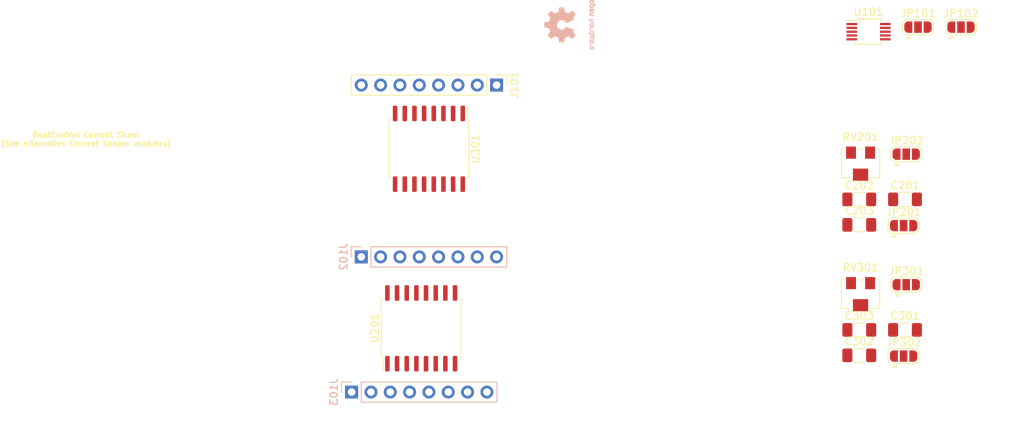
<source format=kicad_pcb>
(kicad_pcb (version 20171130) (host pcbnew 5.1.5+dfsg1-2build2)

  (general
    (thickness 1.6)
    (drawings 1)
    (tracks 0)
    (zones 0)
    (modules 21)
    (nets 23)
  )

  (page A4)
  (title_block
    (title "Current Sensor Breakout")
    (date 2021-01-05)
    (rev 1)
    (company Rugludallur)
    (comment 1 www.dallur.com)
    (comment 2 boatcontrol@dallur.com)
  )

  (layers
    (0 F.Cu signal)
    (31 B.Cu signal)
    (32 B.Adhes user)
    (33 F.Adhes user)
    (34 B.Paste user)
    (35 F.Paste user)
    (36 B.SilkS user)
    (37 F.SilkS user)
    (38 B.Mask user)
    (39 F.Mask user)
    (40 Dwgs.User user)
    (41 Cmts.User user)
    (42 Eco1.User user)
    (43 Eco2.User user)
    (44 Edge.Cuts user)
    (45 Margin user)
    (46 B.CrtYd user)
    (47 F.CrtYd user)
    (48 B.Fab user)
    (49 F.Fab user)
  )

  (setup
    (last_trace_width 0.25)
    (user_trace_width 2)
    (user_trace_width 4)
    (user_trace_width 5)
    (trace_clearance 0.925)
    (zone_clearance 0.508)
    (zone_45_only no)
    (trace_min 0.2)
    (via_size 0.8)
    (via_drill 0.4)
    (via_min_size 0.4)
    (via_min_drill 0.3)
    (uvia_size 0.3)
    (uvia_drill 0.1)
    (uvias_allowed no)
    (uvia_min_size 0.2)
    (uvia_min_drill 0.1)
    (edge_width 0.05)
    (segment_width 0.2)
    (pcb_text_width 0.3)
    (pcb_text_size 1.5 1.5)
    (mod_edge_width 0.12)
    (mod_text_size 1 1)
    (mod_text_width 0.15)
    (pad_size 1.524 1.524)
    (pad_drill 0.762)
    (pad_to_mask_clearance 0.051)
    (solder_mask_min_width 0.25)
    (aux_axis_origin 0 0)
    (visible_elements FFFFFF7F)
    (pcbplotparams
      (layerselection 0x010fc_ffffffff)
      (usegerberextensions false)
      (usegerberattributes false)
      (usegerberadvancedattributes false)
      (creategerberjobfile false)
      (excludeedgelayer true)
      (linewidth 0.100000)
      (plotframeref false)
      (viasonmask false)
      (mode 1)
      (useauxorigin false)
      (hpglpennumber 1)
      (hpglpenspeed 20)
      (hpglpendiameter 15.000000)
      (psnegative false)
      (psa4output false)
      (plotreference true)
      (plotvalue true)
      (plotinvisibletext false)
      (padsonsilk false)
      (subtractmaskfromsilk false)
      (outputformat 1)
      (mirror false)
      (drillshape 1)
      (scaleselection 1)
      (outputdirectory ""))
  )

  (net 0 "")
  (net 1 VCC)
  (net 2 GND)
  (net 3 "/Sensor 2/IP-")
  (net 4 "/Sensor 2/IP+")
  (net 5 "/Sensor 1/OCF")
  (net 6 "/Sensor 2/OCF")
  (net 7 "Net-(J102-Pad6)")
  (net 8 "Net-(J102-Pad5)")
  (net 9 "Net-(J102-Pad3)")
  (net 10 "Net-(J102-Pad1)")
  (net 11 "/Sensor 1/IP-")
  (net 12 "/Sensor 1/IP+")
  (net 13 "Net-(JP101-Pad1)")
  (net 14 "Net-(JP102-Pad1)")
  (net 15 "Net-(JP201-Pad1)")
  (net 16 "Net-(JP202-Pad1)")
  (net 17 "Net-(JP301-Pad1)")
  (net 18 "Net-(JP302-Pad1)")
  (net 19 "/Sensor 2/VREF")
  (net 20 "/Sensor 2/VIOUT")
  (net 21 "/Sensor 1/VREF")
  (net 22 "/Sensor 1/VIOUT")

  (net_class Default "This is the default net class."
    (clearance 0.925)
    (trace_width 0.25)
    (via_dia 0.8)
    (via_drill 0.4)
    (uvia_dia 0.3)
    (uvia_drill 0.1)
    (add_net "/Sensor 1/IP+")
    (add_net "/Sensor 1/IP-")
    (add_net "/Sensor 1/OCF")
    (add_net "/Sensor 1/VIOUT")
    (add_net "/Sensor 1/VREF")
    (add_net "/Sensor 2/IP+")
    (add_net "/Sensor 2/IP-")
    (add_net "/Sensor 2/OCF")
    (add_net "/Sensor 2/VIOUT")
    (add_net "/Sensor 2/VREF")
    (add_net GND)
    (add_net "Net-(C203-Pad1)")
    (add_net "Net-(C203-Pad2)")
    (add_net "Net-(C303-Pad1)")
    (add_net "Net-(C303-Pad2)")
    (add_net "Net-(J102-Pad1)")
    (add_net "Net-(J102-Pad3)")
    (add_net "Net-(J102-Pad5)")
    (add_net "Net-(J102-Pad6)")
    (add_net "Net-(JP101-Pad1)")
    (add_net "Net-(JP102-Pad1)")
    (add_net "Net-(JP201-Pad1)")
    (add_net "Net-(JP202-Pad1)")
    (add_net "Net-(JP301-Pad1)")
    (add_net "Net-(JP302-Pad1)")
    (add_net "Net-(RV201-Pad1)")
    (add_net "Net-(RV201-Pad2)")
    (add_net "Net-(RV201-Pad3)")
    (add_net "Net-(RV301-Pad1)")
    (add_net "Net-(RV301-Pad2)")
    (add_net "Net-(RV301-Pad3)")
    (add_net "Net-(U201-Pad13)")
    (add_net "Net-(U301-Pad13)")
    (add_net VCC)
  )

  (module Package_SO:SOIC-16W_7.5x10.3mm_P1.27mm (layer F.Cu) (tedit 5D9F72B1) (tstamp 5FF40952)
    (at 150.876 116.332 270)
    (descr "SOIC, 16 Pin (JEDEC MS-013AA, https://www.analog.com/media/en/package-pcb-resources/package/pkg_pdf/soic_wide-rw/rw_16.pdf), generated with kicad-footprint-generator ipc_gullwing_generator.py")
    (tags "SOIC SO")
    (path /5FF8E07D/5FF5267C)
    (attr smd)
    (fp_text reference U301 (at 0 -6.1 90) (layer F.SilkS)
      (effects (font (size 1 1) (thickness 0.15)))
    )
    (fp_text value ACS37002 (at 0 6.1 90) (layer F.Fab)
      (effects (font (size 1 1) (thickness 0.15)))
    )
    (fp_text user %R (at 0 0 90) (layer F.Fab)
      (effects (font (size 1 1) (thickness 0.15)))
    )
    (fp_line (start 5.93 -5.4) (end -5.93 -5.4) (layer F.CrtYd) (width 0.05))
    (fp_line (start 5.93 5.4) (end 5.93 -5.4) (layer F.CrtYd) (width 0.05))
    (fp_line (start -5.93 5.4) (end 5.93 5.4) (layer F.CrtYd) (width 0.05))
    (fp_line (start -5.93 -5.4) (end -5.93 5.4) (layer F.CrtYd) (width 0.05))
    (fp_line (start -3.75 -4.15) (end -2.75 -5.15) (layer F.Fab) (width 0.1))
    (fp_line (start -3.75 5.15) (end -3.75 -4.15) (layer F.Fab) (width 0.1))
    (fp_line (start 3.75 5.15) (end -3.75 5.15) (layer F.Fab) (width 0.1))
    (fp_line (start 3.75 -5.15) (end 3.75 5.15) (layer F.Fab) (width 0.1))
    (fp_line (start -2.75 -5.15) (end 3.75 -5.15) (layer F.Fab) (width 0.1))
    (fp_line (start -3.86 -5.005) (end -5.675 -5.005) (layer F.SilkS) (width 0.12))
    (fp_line (start -3.86 -5.26) (end -3.86 -5.005) (layer F.SilkS) (width 0.12))
    (fp_line (start 0 -5.26) (end -3.86 -5.26) (layer F.SilkS) (width 0.12))
    (fp_line (start 3.86 -5.26) (end 3.86 -5.005) (layer F.SilkS) (width 0.12))
    (fp_line (start 0 -5.26) (end 3.86 -5.26) (layer F.SilkS) (width 0.12))
    (fp_line (start -3.86 5.26) (end -3.86 5.005) (layer F.SilkS) (width 0.12))
    (fp_line (start 0 5.26) (end -3.86 5.26) (layer F.SilkS) (width 0.12))
    (fp_line (start 3.86 5.26) (end 3.86 5.005) (layer F.SilkS) (width 0.12))
    (fp_line (start 0 5.26) (end 3.86 5.26) (layer F.SilkS) (width 0.12))
    (pad 16 smd roundrect (at 4.65 -4.445 270) (size 2.05 0.6) (layers F.Cu F.Paste F.Mask) (roundrect_rratio 0.25)
      (net 18 "Net-(JP302-Pad1)"))
    (pad 15 smd roundrect (at 4.65 -3.175 270) (size 2.05 0.6) (layers F.Cu F.Paste F.Mask) (roundrect_rratio 0.25)
      (net 2 GND))
    (pad 14 smd roundrect (at 4.65 -1.905 270) (size 2.05 0.6) (layers F.Cu F.Paste F.Mask) (roundrect_rratio 0.25)
      (net 17 "Net-(JP301-Pad1)"))
    (pad 13 smd roundrect (at 4.65 -0.635 270) (size 2.05 0.6) (layers F.Cu F.Paste F.Mask) (roundrect_rratio 0.25))
    (pad 12 smd roundrect (at 4.65 0.635 270) (size 2.05 0.6) (layers F.Cu F.Paste F.Mask) (roundrect_rratio 0.25)
      (net 20 "/Sensor 2/VIOUT"))
    (pad 11 smd roundrect (at 4.65 1.905 270) (size 2.05 0.6) (layers F.Cu F.Paste F.Mask) (roundrect_rratio 0.25)
      (net 19 "/Sensor 2/VREF"))
    (pad 10 smd roundrect (at 4.65 3.175 270) (size 2.05 0.6) (layers F.Cu F.Paste F.Mask) (roundrect_rratio 0.25)
      (net 1 VCC))
    (pad 9 smd roundrect (at 4.65 4.445 270) (size 2.05 0.6) (layers F.Cu F.Paste F.Mask) (roundrect_rratio 0.25)
      (net 6 "/Sensor 2/OCF"))
    (pad 8 smd roundrect (at -4.65 4.445 270) (size 2.05 0.6) (layers F.Cu F.Paste F.Mask) (roundrect_rratio 0.25)
      (net 3 "/Sensor 2/IP-"))
    (pad 7 smd roundrect (at -4.65 3.175 270) (size 2.05 0.6) (layers F.Cu F.Paste F.Mask) (roundrect_rratio 0.25)
      (net 3 "/Sensor 2/IP-"))
    (pad 6 smd roundrect (at -4.65 1.905 270) (size 2.05 0.6) (layers F.Cu F.Paste F.Mask) (roundrect_rratio 0.25)
      (net 3 "/Sensor 2/IP-"))
    (pad 5 smd roundrect (at -4.65 0.635 270) (size 2.05 0.6) (layers F.Cu F.Paste F.Mask) (roundrect_rratio 0.25)
      (net 3 "/Sensor 2/IP-"))
    (pad 4 smd roundrect (at -4.65 -0.635 270) (size 2.05 0.6) (layers F.Cu F.Paste F.Mask) (roundrect_rratio 0.25)
      (net 4 "/Sensor 2/IP+"))
    (pad 3 smd roundrect (at -4.65 -1.905 270) (size 2.05 0.6) (layers F.Cu F.Paste F.Mask) (roundrect_rratio 0.25)
      (net 4 "/Sensor 2/IP+"))
    (pad 2 smd roundrect (at -4.65 -3.175 270) (size 2.05 0.6) (layers F.Cu F.Paste F.Mask) (roundrect_rratio 0.25)
      (net 4 "/Sensor 2/IP+"))
    (pad 1 smd roundrect (at -4.65 -4.445 270) (size 2.05 0.6) (layers F.Cu F.Paste F.Mask) (roundrect_rratio 0.25)
      (net 4 "/Sensor 2/IP+"))
    (model ${KISYS3DMOD}/Package_SO.3dshapes/SOIC-16W_7.5x10.3mm_P1.27mm.wrl
      (at (xyz 0 0 0))
      (scale (xyz 1 1 1))
      (rotate (xyz 0 0 0))
    )
  )

  (module Package_SO:SOIC-16W_7.5x10.3mm_P1.27mm (layer F.Cu) (tedit 5D9F72B1) (tstamp 5FF4092B)
    (at 149.86 139.954 90)
    (descr "SOIC, 16 Pin (JEDEC MS-013AA, https://www.analog.com/media/en/package-pcb-resources/package/pkg_pdf/soic_wide-rw/rw_16.pdf), generated with kicad-footprint-generator ipc_gullwing_generator.py")
    (tags "SOIC SO")
    (path /5FF51AE2/5FF5267C)
    (attr smd)
    (fp_text reference U201 (at 0 -6.1 90) (layer F.SilkS)
      (effects (font (size 1 1) (thickness 0.15)))
    )
    (fp_text value ACS37002 (at 0 6.1 90) (layer F.Fab)
      (effects (font (size 1 1) (thickness 0.15)))
    )
    (fp_text user %R (at 0 0 90) (layer F.Fab)
      (effects (font (size 1 1) (thickness 0.15)))
    )
    (fp_line (start 5.93 -5.4) (end -5.93 -5.4) (layer F.CrtYd) (width 0.05))
    (fp_line (start 5.93 5.4) (end 5.93 -5.4) (layer F.CrtYd) (width 0.05))
    (fp_line (start -5.93 5.4) (end 5.93 5.4) (layer F.CrtYd) (width 0.05))
    (fp_line (start -5.93 -5.4) (end -5.93 5.4) (layer F.CrtYd) (width 0.05))
    (fp_line (start -3.75 -4.15) (end -2.75 -5.15) (layer F.Fab) (width 0.1))
    (fp_line (start -3.75 5.15) (end -3.75 -4.15) (layer F.Fab) (width 0.1))
    (fp_line (start 3.75 5.15) (end -3.75 5.15) (layer F.Fab) (width 0.1))
    (fp_line (start 3.75 -5.15) (end 3.75 5.15) (layer F.Fab) (width 0.1))
    (fp_line (start -2.75 -5.15) (end 3.75 -5.15) (layer F.Fab) (width 0.1))
    (fp_line (start -3.86 -5.005) (end -5.675 -5.005) (layer F.SilkS) (width 0.12))
    (fp_line (start -3.86 -5.26) (end -3.86 -5.005) (layer F.SilkS) (width 0.12))
    (fp_line (start 0 -5.26) (end -3.86 -5.26) (layer F.SilkS) (width 0.12))
    (fp_line (start 3.86 -5.26) (end 3.86 -5.005) (layer F.SilkS) (width 0.12))
    (fp_line (start 0 -5.26) (end 3.86 -5.26) (layer F.SilkS) (width 0.12))
    (fp_line (start -3.86 5.26) (end -3.86 5.005) (layer F.SilkS) (width 0.12))
    (fp_line (start 0 5.26) (end -3.86 5.26) (layer F.SilkS) (width 0.12))
    (fp_line (start 3.86 5.26) (end 3.86 5.005) (layer F.SilkS) (width 0.12))
    (fp_line (start 0 5.26) (end 3.86 5.26) (layer F.SilkS) (width 0.12))
    (pad 16 smd roundrect (at 4.65 -4.445 90) (size 2.05 0.6) (layers F.Cu F.Paste F.Mask) (roundrect_rratio 0.25)
      (net 16 "Net-(JP202-Pad1)"))
    (pad 15 smd roundrect (at 4.65 -3.175 90) (size 2.05 0.6) (layers F.Cu F.Paste F.Mask) (roundrect_rratio 0.25)
      (net 2 GND))
    (pad 14 smd roundrect (at 4.65 -1.905 90) (size 2.05 0.6) (layers F.Cu F.Paste F.Mask) (roundrect_rratio 0.25)
      (net 15 "Net-(JP201-Pad1)"))
    (pad 13 smd roundrect (at 4.65 -0.635 90) (size 2.05 0.6) (layers F.Cu F.Paste F.Mask) (roundrect_rratio 0.25))
    (pad 12 smd roundrect (at 4.65 0.635 90) (size 2.05 0.6) (layers F.Cu F.Paste F.Mask) (roundrect_rratio 0.25)
      (net 22 "/Sensor 1/VIOUT"))
    (pad 11 smd roundrect (at 4.65 1.905 90) (size 2.05 0.6) (layers F.Cu F.Paste F.Mask) (roundrect_rratio 0.25)
      (net 21 "/Sensor 1/VREF"))
    (pad 10 smd roundrect (at 4.65 3.175 90) (size 2.05 0.6) (layers F.Cu F.Paste F.Mask) (roundrect_rratio 0.25)
      (net 1 VCC))
    (pad 9 smd roundrect (at 4.65 4.445 90) (size 2.05 0.6) (layers F.Cu F.Paste F.Mask) (roundrect_rratio 0.25)
      (net 5 "/Sensor 1/OCF"))
    (pad 8 smd roundrect (at -4.65 4.445 90) (size 2.05 0.6) (layers F.Cu F.Paste F.Mask) (roundrect_rratio 0.25)
      (net 11 "/Sensor 1/IP-"))
    (pad 7 smd roundrect (at -4.65 3.175 90) (size 2.05 0.6) (layers F.Cu F.Paste F.Mask) (roundrect_rratio 0.25)
      (net 11 "/Sensor 1/IP-"))
    (pad 6 smd roundrect (at -4.65 1.905 90) (size 2.05 0.6) (layers F.Cu F.Paste F.Mask) (roundrect_rratio 0.25)
      (net 11 "/Sensor 1/IP-"))
    (pad 5 smd roundrect (at -4.65 0.635 90) (size 2.05 0.6) (layers F.Cu F.Paste F.Mask) (roundrect_rratio 0.25)
      (net 11 "/Sensor 1/IP-"))
    (pad 4 smd roundrect (at -4.65 -0.635 90) (size 2.05 0.6) (layers F.Cu F.Paste F.Mask) (roundrect_rratio 0.25)
      (net 12 "/Sensor 1/IP+"))
    (pad 3 smd roundrect (at -4.65 -1.905 90) (size 2.05 0.6) (layers F.Cu F.Paste F.Mask) (roundrect_rratio 0.25)
      (net 12 "/Sensor 1/IP+"))
    (pad 2 smd roundrect (at -4.65 -3.175 90) (size 2.05 0.6) (layers F.Cu F.Paste F.Mask) (roundrect_rratio 0.25)
      (net 12 "/Sensor 1/IP+"))
    (pad 1 smd roundrect (at -4.65 -4.445 90) (size 2.05 0.6) (layers F.Cu F.Paste F.Mask) (roundrect_rratio 0.25)
      (net 12 "/Sensor 1/IP+"))
    (model ${KISYS3DMOD}/Package_SO.3dshapes/SOIC-16W_7.5x10.3mm_P1.27mm.wrl
      (at (xyz 0 0 0))
      (scale (xyz 1 1 1))
      (rotate (xyz 0 0 0))
    )
  )

  (module Package_SO:MSOP-10_3x3mm_P0.5mm (layer F.Cu) (tedit 5A02F25C) (tstamp 5FF40904)
    (at 208.6468 100.9236)
    (descr "10-Lead Plastic Micro Small Outline Package (MS) [MSOP] (see Microchip Packaging Specification 00000049BS.pdf)")
    (tags "SSOP 0.5")
    (path /5FF930BC)
    (attr smd)
    (fp_text reference U101 (at 0 -2.6) (layer F.SilkS)
      (effects (font (size 1 1) (thickness 0.15)))
    )
    (fp_text value MCP3423 (at 0 2.6) (layer F.Fab)
      (effects (font (size 1 1) (thickness 0.15)))
    )
    (fp_text user %R (at 0 0) (layer F.Fab)
      (effects (font (size 0.6 0.6) (thickness 0.15)))
    )
    (fp_line (start -1.675 -1.45) (end -2.9 -1.45) (layer F.SilkS) (width 0.15))
    (fp_line (start -1.675 1.675) (end 1.675 1.675) (layer F.SilkS) (width 0.15))
    (fp_line (start -1.675 -1.675) (end 1.675 -1.675) (layer F.SilkS) (width 0.15))
    (fp_line (start -1.675 1.675) (end -1.675 1.375) (layer F.SilkS) (width 0.15))
    (fp_line (start 1.675 1.675) (end 1.675 1.375) (layer F.SilkS) (width 0.15))
    (fp_line (start 1.675 -1.675) (end 1.675 -1.375) (layer F.SilkS) (width 0.15))
    (fp_line (start -1.675 -1.675) (end -1.675 -1.45) (layer F.SilkS) (width 0.15))
    (fp_line (start -3.15 1.85) (end 3.15 1.85) (layer F.CrtYd) (width 0.05))
    (fp_line (start -3.15 -1.85) (end 3.15 -1.85) (layer F.CrtYd) (width 0.05))
    (fp_line (start 3.15 -1.85) (end 3.15 1.85) (layer F.CrtYd) (width 0.05))
    (fp_line (start -3.15 -1.85) (end -3.15 1.85) (layer F.CrtYd) (width 0.05))
    (fp_line (start -1.5 -0.5) (end -0.5 -1.5) (layer F.Fab) (width 0.15))
    (fp_line (start -1.5 1.5) (end -1.5 -0.5) (layer F.Fab) (width 0.15))
    (fp_line (start 1.5 1.5) (end -1.5 1.5) (layer F.Fab) (width 0.15))
    (fp_line (start 1.5 -1.5) (end 1.5 1.5) (layer F.Fab) (width 0.15))
    (fp_line (start -0.5 -1.5) (end 1.5 -1.5) (layer F.Fab) (width 0.15))
    (pad 10 smd rect (at 2.2 -1) (size 1.4 0.3) (layers F.Cu F.Paste F.Mask)
      (net 14 "Net-(JP102-Pad1)"))
    (pad 9 smd rect (at 2.2 -0.5) (size 1.4 0.3) (layers F.Cu F.Paste F.Mask)
      (net 13 "Net-(JP101-Pad1)"))
    (pad 8 smd rect (at 2.2 0) (size 1.4 0.3) (layers F.Cu F.Paste F.Mask)
      (net 7 "Net-(J102-Pad6)"))
    (pad 7 smd rect (at 2.2 0.5) (size 1.4 0.3) (layers F.Cu F.Paste F.Mask)
      (net 8 "Net-(J102-Pad5)"))
    (pad 6 smd rect (at 2.2 1) (size 1.4 0.3) (layers F.Cu F.Paste F.Mask)
      (net 9 "Net-(J102-Pad3)"))
    (pad 5 smd rect (at -2.2 1) (size 1.4 0.3) (layers F.Cu F.Paste F.Mask)
      (net 19 "/Sensor 2/VREF"))
    (pad 4 smd rect (at -2.2 0.5) (size 1.4 0.3) (layers F.Cu F.Paste F.Mask)
      (net 20 "/Sensor 2/VIOUT"))
    (pad 3 smd rect (at -2.2 0) (size 1.4 0.3) (layers F.Cu F.Paste F.Mask)
      (net 10 "Net-(J102-Pad1)"))
    (pad 2 smd rect (at -2.2 -0.5) (size 1.4 0.3) (layers F.Cu F.Paste F.Mask)
      (net 21 "/Sensor 1/VREF"))
    (pad 1 smd rect (at -2.2 -1) (size 1.4 0.3) (layers F.Cu F.Paste F.Mask)
      (net 22 "/Sensor 1/VIOUT"))
    (model ${KISYS3DMOD}/Package_SO.3dshapes/MSOP-10_3x3mm_P0.5mm.wrl
      (at (xyz 0 0 0))
      (scale (xyz 1 1 1))
      (rotate (xyz 0 0 0))
    )
  )

  (module Potentiometer_SMD:Potentiometer_Bourns_3214W_Vertical (layer F.Cu) (tedit 5A3D7171) (tstamp 5FF408E5)
    (at 207.5962 135.4568)
    (descr "Potentiometer, vertical, Bourns 3214W, https://www.bourns.com/docs/Product-Datasheets/3214.pdf")
    (tags "Potentiometer vertical Bourns 3214W")
    (path /5FF8E07D/5FF871BC)
    (attr smd)
    (fp_text reference RV301 (at 0 -3.5) (layer F.SilkS)
      (effects (font (size 1 1) (thickness 0.15)))
    )
    (fp_text value "50K Ω Trimpot" (at 0 3.5) (layer F.Fab)
      (effects (font (size 1 1) (thickness 0.15)))
    )
    (fp_text user %R (at 0.6 0) (layer F.Fab)
      (effects (font (size 0.6 0.6) (thickness 0.15)))
    )
    (fp_line (start 2.65 -2.5) (end -2.65 -2.5) (layer F.CrtYd) (width 0.05))
    (fp_line (start 2.65 2.5) (end 2.65 -2.5) (layer F.CrtYd) (width 0.05))
    (fp_line (start -2.65 2.5) (end 2.65 2.5) (layer F.CrtYd) (width 0.05))
    (fp_line (start -2.65 -2.5) (end -2.65 2.5) (layer F.CrtYd) (width 0.05))
    (fp_line (start 2.52 -1.87) (end 2.52 1.87) (layer F.SilkS) (width 0.12))
    (fp_line (start -2.52 -1.87) (end -2.52 1.87) (layer F.SilkS) (width 0.12))
    (fp_line (start 1.24 1.87) (end 2.52 1.87) (layer F.SilkS) (width 0.12))
    (fp_line (start -2.52 1.87) (end -1.24 1.87) (layer F.SilkS) (width 0.12))
    (fp_line (start -0.36 -1.87) (end 0.36 -1.87) (layer F.SilkS) (width 0.12))
    (fp_line (start -2.52 -1.87) (end -2.14 -1.87) (layer F.SilkS) (width 0.12))
    (fp_line (start 2.14 -1.87) (end 2.52 -1.87) (layer F.SilkS) (width 0.12))
    (fp_line (start -1.2 1.393) (end -1.199 -0.092) (layer F.Fab) (width 0.1))
    (fp_line (start -1.2 1.393) (end -1.199 -0.092) (layer F.Fab) (width 0.1))
    (fp_line (start 2.4 -1.75) (end -2.4 -1.75) (layer F.Fab) (width 0.1))
    (fp_line (start 2.4 1.75) (end 2.4 -1.75) (layer F.Fab) (width 0.1))
    (fp_line (start -2.4 1.75) (end 2.4 1.75) (layer F.Fab) (width 0.1))
    (fp_line (start -2.4 -1.75) (end -2.4 1.75) (layer F.Fab) (width 0.1))
    (fp_circle (center -1.2 0.65) (end -0.45 0.65) (layer F.Fab) (width 0.1))
    (pad 3 smd rect (at -1.25 -1.45) (size 1.3 1.6) (layers F.Cu F.Paste F.Mask))
    (pad 2 smd rect (at 0 1.45) (size 2 1.6) (layers F.Cu F.Paste F.Mask))
    (pad 1 smd rect (at 1.25 -1.45) (size 1.3 1.6) (layers F.Cu F.Paste F.Mask))
    (model ${KISYS3DMOD}/Potentiometer_SMD.3dshapes/Potentiometer_Bourns_3214W_Vertical.wrl
      (at (xyz 0 0 0))
      (scale (xyz 1 1 1))
      (rotate (xyz 0 0 0))
    )
  )

  (module Potentiometer_SMD:Potentiometer_Bourns_3214W_Vertical (layer F.Cu) (tedit 5A3D7171) (tstamp 5FF408CB)
    (at 207.5962 118.2868)
    (descr "Potentiometer, vertical, Bourns 3214W, https://www.bourns.com/docs/Product-Datasheets/3214.pdf")
    (tags "Potentiometer vertical Bourns 3214W")
    (path /5FF51AE2/5FF871BC)
    (attr smd)
    (fp_text reference RV201 (at 0 -3.5) (layer F.SilkS)
      (effects (font (size 1 1) (thickness 0.15)))
    )
    (fp_text value "50K Ω Trimpot" (at 0 3.5) (layer F.Fab)
      (effects (font (size 1 1) (thickness 0.15)))
    )
    (fp_text user %R (at 0.6 0) (layer F.Fab)
      (effects (font (size 0.6 0.6) (thickness 0.15)))
    )
    (fp_line (start 2.65 -2.5) (end -2.65 -2.5) (layer F.CrtYd) (width 0.05))
    (fp_line (start 2.65 2.5) (end 2.65 -2.5) (layer F.CrtYd) (width 0.05))
    (fp_line (start -2.65 2.5) (end 2.65 2.5) (layer F.CrtYd) (width 0.05))
    (fp_line (start -2.65 -2.5) (end -2.65 2.5) (layer F.CrtYd) (width 0.05))
    (fp_line (start 2.52 -1.87) (end 2.52 1.87) (layer F.SilkS) (width 0.12))
    (fp_line (start -2.52 -1.87) (end -2.52 1.87) (layer F.SilkS) (width 0.12))
    (fp_line (start 1.24 1.87) (end 2.52 1.87) (layer F.SilkS) (width 0.12))
    (fp_line (start -2.52 1.87) (end -1.24 1.87) (layer F.SilkS) (width 0.12))
    (fp_line (start -0.36 -1.87) (end 0.36 -1.87) (layer F.SilkS) (width 0.12))
    (fp_line (start -2.52 -1.87) (end -2.14 -1.87) (layer F.SilkS) (width 0.12))
    (fp_line (start 2.14 -1.87) (end 2.52 -1.87) (layer F.SilkS) (width 0.12))
    (fp_line (start -1.2 1.393) (end -1.199 -0.092) (layer F.Fab) (width 0.1))
    (fp_line (start -1.2 1.393) (end -1.199 -0.092) (layer F.Fab) (width 0.1))
    (fp_line (start 2.4 -1.75) (end -2.4 -1.75) (layer F.Fab) (width 0.1))
    (fp_line (start 2.4 1.75) (end 2.4 -1.75) (layer F.Fab) (width 0.1))
    (fp_line (start -2.4 1.75) (end 2.4 1.75) (layer F.Fab) (width 0.1))
    (fp_line (start -2.4 -1.75) (end -2.4 1.75) (layer F.Fab) (width 0.1))
    (fp_circle (center -1.2 0.65) (end -0.45 0.65) (layer F.Fab) (width 0.1))
    (pad 3 smd rect (at -1.25 -1.45) (size 1.3 1.6) (layers F.Cu F.Paste F.Mask))
    (pad 2 smd rect (at 0 1.45) (size 2 1.6) (layers F.Cu F.Paste F.Mask))
    (pad 1 smd rect (at 1.25 -1.45) (size 1.3 1.6) (layers F.Cu F.Paste F.Mask))
    (model ${KISYS3DMOD}/Potentiometer_SMD.3dshapes/Potentiometer_Bourns_3214W_Vertical.wrl
      (at (xyz 0 0 0))
      (scale (xyz 1 1 1))
      (rotate (xyz 0 0 0))
    )
  )

  (module Jumper:SolderJumper-3_P1.3mm_Open_RoundedPad1.0x1.5mm (layer F.Cu) (tedit 5B391EB7) (tstamp 5FF40891)
    (at 213.2562 143.6068)
    (descr "SMD Solder 3-pad Jumper, 1x1.5mm rounded Pads, 0.3mm gap, open")
    (tags "solder jumper open")
    (path /5FF8E07D/5FF67C5A)
    (attr virtual)
    (fp_text reference JP302 (at 0 -1.8) (layer F.SilkS)
      (effects (font (size 1 1) (thickness 0.15)))
    )
    (fp_text value SolderJumper_3_Open (at 0 1.9) (layer F.Fab)
      (effects (font (size 1 1) (thickness 0.15)))
    )
    (fp_arc (start -1.35 -0.3) (end -1.35 -1) (angle -90) (layer F.SilkS) (width 0.12))
    (fp_arc (start -1.35 0.3) (end -2.05 0.3) (angle -90) (layer F.SilkS) (width 0.12))
    (fp_arc (start 1.35 0.3) (end 1.35 1) (angle -90) (layer F.SilkS) (width 0.12))
    (fp_arc (start 1.35 -0.3) (end 2.05 -0.3) (angle -90) (layer F.SilkS) (width 0.12))
    (fp_line (start 2.3 1.25) (end -2.3 1.25) (layer F.CrtYd) (width 0.05))
    (fp_line (start 2.3 1.25) (end 2.3 -1.25) (layer F.CrtYd) (width 0.05))
    (fp_line (start -2.3 -1.25) (end -2.3 1.25) (layer F.CrtYd) (width 0.05))
    (fp_line (start -2.3 -1.25) (end 2.3 -1.25) (layer F.CrtYd) (width 0.05))
    (fp_line (start -1.4 -1) (end 1.4 -1) (layer F.SilkS) (width 0.12))
    (fp_line (start 2.05 -0.3) (end 2.05 0.3) (layer F.SilkS) (width 0.12))
    (fp_line (start 1.4 1) (end -1.4 1) (layer F.SilkS) (width 0.12))
    (fp_line (start -2.05 0.3) (end -2.05 -0.3) (layer F.SilkS) (width 0.12))
    (fp_line (start -1.2 1.2) (end -1.5 1.5) (layer F.SilkS) (width 0.12))
    (fp_line (start -1.5 1.5) (end -0.9 1.5) (layer F.SilkS) (width 0.12))
    (fp_line (start -1.2 1.2) (end -0.9 1.5) (layer F.SilkS) (width 0.12))
    (pad 2 smd rect (at 0 0) (size 1 1.5) (layers F.Cu F.Mask)
      (net 1 VCC))
    (pad 3 smd custom (at 1.3 0) (size 1 0.5) (layers F.Cu F.Mask)
      (net 2 GND) (zone_connect 2)
      (options (clearance outline) (anchor rect))
      (primitives
        (gr_circle (center 0 0.25) (end 0.5 0.25) (width 0))
        (gr_circle (center 0 -0.25) (end 0.5 -0.25) (width 0))
        (gr_poly (pts
           (xy -0.55 -0.75) (xy 0 -0.75) (xy 0 0.75) (xy -0.55 0.75)) (width 0))
      ))
    (pad 1 smd custom (at -1.3 0) (size 1 0.5) (layers F.Cu F.Mask)
      (net 18 "Net-(JP302-Pad1)") (zone_connect 2)
      (options (clearance outline) (anchor rect))
      (primitives
        (gr_circle (center 0 0.25) (end 0.5 0.25) (width 0))
        (gr_circle (center 0 -0.25) (end 0.5 -0.25) (width 0))
        (gr_poly (pts
           (xy 0.55 -0.75) (xy 0 -0.75) (xy 0 0.75) (xy 0.55 0.75)) (width 0))
      ))
  )

  (module Jumper:SolderJumper-3_P1.3mm_Open_RoundedPad1.0x1.5mm (layer F.Cu) (tedit 5B391EB7) (tstamp 5FF4087B)
    (at 213.5962 134.2068)
    (descr "SMD Solder 3-pad Jumper, 1x1.5mm rounded Pads, 0.3mm gap, open")
    (tags "solder jumper open")
    (path /5FF8E07D/5FF63253)
    (attr virtual)
    (fp_text reference JP301 (at 0 -1.8) (layer F.SilkS)
      (effects (font (size 1 1) (thickness 0.15)))
    )
    (fp_text value SolderJumper_3_Open (at 0 1.9) (layer F.Fab)
      (effects (font (size 1 1) (thickness 0.15)))
    )
    (fp_arc (start -1.35 -0.3) (end -1.35 -1) (angle -90) (layer F.SilkS) (width 0.12))
    (fp_arc (start -1.35 0.3) (end -2.05 0.3) (angle -90) (layer F.SilkS) (width 0.12))
    (fp_arc (start 1.35 0.3) (end 1.35 1) (angle -90) (layer F.SilkS) (width 0.12))
    (fp_arc (start 1.35 -0.3) (end 2.05 -0.3) (angle -90) (layer F.SilkS) (width 0.12))
    (fp_line (start 2.3 1.25) (end -2.3 1.25) (layer F.CrtYd) (width 0.05))
    (fp_line (start 2.3 1.25) (end 2.3 -1.25) (layer F.CrtYd) (width 0.05))
    (fp_line (start -2.3 -1.25) (end -2.3 1.25) (layer F.CrtYd) (width 0.05))
    (fp_line (start -2.3 -1.25) (end 2.3 -1.25) (layer F.CrtYd) (width 0.05))
    (fp_line (start -1.4 -1) (end 1.4 -1) (layer F.SilkS) (width 0.12))
    (fp_line (start 2.05 -0.3) (end 2.05 0.3) (layer F.SilkS) (width 0.12))
    (fp_line (start 1.4 1) (end -1.4 1) (layer F.SilkS) (width 0.12))
    (fp_line (start -2.05 0.3) (end -2.05 -0.3) (layer F.SilkS) (width 0.12))
    (fp_line (start -1.2 1.2) (end -1.5 1.5) (layer F.SilkS) (width 0.12))
    (fp_line (start -1.5 1.5) (end -0.9 1.5) (layer F.SilkS) (width 0.12))
    (fp_line (start -1.2 1.2) (end -0.9 1.5) (layer F.SilkS) (width 0.12))
    (pad 2 smd rect (at 0 0) (size 1 1.5) (layers F.Cu F.Mask)
      (net 1 VCC))
    (pad 3 smd custom (at 1.3 0) (size 1 0.5) (layers F.Cu F.Mask)
      (net 2 GND) (zone_connect 2)
      (options (clearance outline) (anchor rect))
      (primitives
        (gr_circle (center 0 0.25) (end 0.5 0.25) (width 0))
        (gr_circle (center 0 -0.25) (end 0.5 -0.25) (width 0))
        (gr_poly (pts
           (xy -0.55 -0.75) (xy 0 -0.75) (xy 0 0.75) (xy -0.55 0.75)) (width 0))
      ))
    (pad 1 smd custom (at -1.3 0) (size 1 0.5) (layers F.Cu F.Mask)
      (net 17 "Net-(JP301-Pad1)") (zone_connect 2)
      (options (clearance outline) (anchor rect))
      (primitives
        (gr_circle (center 0 0.25) (end 0.5 0.25) (width 0))
        (gr_circle (center 0 -0.25) (end 0.5 -0.25) (width 0))
        (gr_poly (pts
           (xy 0.55 -0.75) (xy 0 -0.75) (xy 0 0.75) (xy 0.55 0.75)) (width 0))
      ))
  )

  (module Jumper:SolderJumper-3_P1.3mm_Open_RoundedPad1.0x1.5mm (layer F.Cu) (tedit 5B391EB7) (tstamp 5FF40865)
    (at 213.5962 117.0368)
    (descr "SMD Solder 3-pad Jumper, 1x1.5mm rounded Pads, 0.3mm gap, open")
    (tags "solder jumper open")
    (path /5FF51AE2/5FF67C5A)
    (attr virtual)
    (fp_text reference JP202 (at 0 -1.8) (layer F.SilkS)
      (effects (font (size 1 1) (thickness 0.15)))
    )
    (fp_text value SolderJumper_3_Open (at 0 1.9) (layer F.Fab)
      (effects (font (size 1 1) (thickness 0.15)))
    )
    (fp_arc (start -1.35 -0.3) (end -1.35 -1) (angle -90) (layer F.SilkS) (width 0.12))
    (fp_arc (start -1.35 0.3) (end -2.05 0.3) (angle -90) (layer F.SilkS) (width 0.12))
    (fp_arc (start 1.35 0.3) (end 1.35 1) (angle -90) (layer F.SilkS) (width 0.12))
    (fp_arc (start 1.35 -0.3) (end 2.05 -0.3) (angle -90) (layer F.SilkS) (width 0.12))
    (fp_line (start 2.3 1.25) (end -2.3 1.25) (layer F.CrtYd) (width 0.05))
    (fp_line (start 2.3 1.25) (end 2.3 -1.25) (layer F.CrtYd) (width 0.05))
    (fp_line (start -2.3 -1.25) (end -2.3 1.25) (layer F.CrtYd) (width 0.05))
    (fp_line (start -2.3 -1.25) (end 2.3 -1.25) (layer F.CrtYd) (width 0.05))
    (fp_line (start -1.4 -1) (end 1.4 -1) (layer F.SilkS) (width 0.12))
    (fp_line (start 2.05 -0.3) (end 2.05 0.3) (layer F.SilkS) (width 0.12))
    (fp_line (start 1.4 1) (end -1.4 1) (layer F.SilkS) (width 0.12))
    (fp_line (start -2.05 0.3) (end -2.05 -0.3) (layer F.SilkS) (width 0.12))
    (fp_line (start -1.2 1.2) (end -1.5 1.5) (layer F.SilkS) (width 0.12))
    (fp_line (start -1.5 1.5) (end -0.9 1.5) (layer F.SilkS) (width 0.12))
    (fp_line (start -1.2 1.2) (end -0.9 1.5) (layer F.SilkS) (width 0.12))
    (pad 2 smd rect (at 0 0) (size 1 1.5) (layers F.Cu F.Mask)
      (net 1 VCC))
    (pad 3 smd custom (at 1.3 0) (size 1 0.5) (layers F.Cu F.Mask)
      (net 2 GND) (zone_connect 2)
      (options (clearance outline) (anchor rect))
      (primitives
        (gr_circle (center 0 0.25) (end 0.5 0.25) (width 0))
        (gr_circle (center 0 -0.25) (end 0.5 -0.25) (width 0))
        (gr_poly (pts
           (xy -0.55 -0.75) (xy 0 -0.75) (xy 0 0.75) (xy -0.55 0.75)) (width 0))
      ))
    (pad 1 smd custom (at -1.3 0) (size 1 0.5) (layers F.Cu F.Mask)
      (net 16 "Net-(JP202-Pad1)") (zone_connect 2)
      (options (clearance outline) (anchor rect))
      (primitives
        (gr_circle (center 0 0.25) (end 0.5 0.25) (width 0))
        (gr_circle (center 0 -0.25) (end 0.5 -0.25) (width 0))
        (gr_poly (pts
           (xy 0.55 -0.75) (xy 0 -0.75) (xy 0 0.75) (xy 0.55 0.75)) (width 0))
      ))
  )

  (module Jumper:SolderJumper-3_P1.3mm_Open_RoundedPad1.0x1.5mm (layer F.Cu) (tedit 5B391EB7) (tstamp 5FF4084F)
    (at 213.2562 126.4368)
    (descr "SMD Solder 3-pad Jumper, 1x1.5mm rounded Pads, 0.3mm gap, open")
    (tags "solder jumper open")
    (path /5FF51AE2/5FF63253)
    (attr virtual)
    (fp_text reference JP201 (at 0 -1.8) (layer F.SilkS)
      (effects (font (size 1 1) (thickness 0.15)))
    )
    (fp_text value SolderJumper_3_Open (at 0 1.9) (layer F.Fab)
      (effects (font (size 1 1) (thickness 0.15)))
    )
    (fp_arc (start -1.35 -0.3) (end -1.35 -1) (angle -90) (layer F.SilkS) (width 0.12))
    (fp_arc (start -1.35 0.3) (end -2.05 0.3) (angle -90) (layer F.SilkS) (width 0.12))
    (fp_arc (start 1.35 0.3) (end 1.35 1) (angle -90) (layer F.SilkS) (width 0.12))
    (fp_arc (start 1.35 -0.3) (end 2.05 -0.3) (angle -90) (layer F.SilkS) (width 0.12))
    (fp_line (start 2.3 1.25) (end -2.3 1.25) (layer F.CrtYd) (width 0.05))
    (fp_line (start 2.3 1.25) (end 2.3 -1.25) (layer F.CrtYd) (width 0.05))
    (fp_line (start -2.3 -1.25) (end -2.3 1.25) (layer F.CrtYd) (width 0.05))
    (fp_line (start -2.3 -1.25) (end 2.3 -1.25) (layer F.CrtYd) (width 0.05))
    (fp_line (start -1.4 -1) (end 1.4 -1) (layer F.SilkS) (width 0.12))
    (fp_line (start 2.05 -0.3) (end 2.05 0.3) (layer F.SilkS) (width 0.12))
    (fp_line (start 1.4 1) (end -1.4 1) (layer F.SilkS) (width 0.12))
    (fp_line (start -2.05 0.3) (end -2.05 -0.3) (layer F.SilkS) (width 0.12))
    (fp_line (start -1.2 1.2) (end -1.5 1.5) (layer F.SilkS) (width 0.12))
    (fp_line (start -1.5 1.5) (end -0.9 1.5) (layer F.SilkS) (width 0.12))
    (fp_line (start -1.2 1.2) (end -0.9 1.5) (layer F.SilkS) (width 0.12))
    (pad 2 smd rect (at 0 0) (size 1 1.5) (layers F.Cu F.Mask)
      (net 1 VCC))
    (pad 3 smd custom (at 1.3 0) (size 1 0.5) (layers F.Cu F.Mask)
      (net 2 GND) (zone_connect 2)
      (options (clearance outline) (anchor rect))
      (primitives
        (gr_circle (center 0 0.25) (end 0.5 0.25) (width 0))
        (gr_circle (center 0 -0.25) (end 0.5 -0.25) (width 0))
        (gr_poly (pts
           (xy -0.55 -0.75) (xy 0 -0.75) (xy 0 0.75) (xy -0.55 0.75)) (width 0))
      ))
    (pad 1 smd custom (at -1.3 0) (size 1 0.5) (layers F.Cu F.Mask)
      (net 15 "Net-(JP201-Pad1)") (zone_connect 2)
      (options (clearance outline) (anchor rect))
      (primitives
        (gr_circle (center 0 0.25) (end 0.5 0.25) (width 0))
        (gr_circle (center 0 -0.25) (end 0.5 -0.25) (width 0))
        (gr_poly (pts
           (xy 0.55 -0.75) (xy 0 -0.75) (xy 0 0.75) (xy 0.55 0.75)) (width 0))
      ))
  )

  (module Jumper:SolderJumper-3_P1.3mm_Open_RoundedPad1.0x1.5mm (layer F.Cu) (tedit 5B391EB7) (tstamp 5FF40839)
    (at 220.7968 100.3236)
    (descr "SMD Solder 3-pad Jumper, 1x1.5mm rounded Pads, 0.3mm gap, open")
    (tags "solder jumper open")
    (path /60001B3C)
    (attr virtual)
    (fp_text reference JP102 (at 0 -1.8) (layer F.SilkS)
      (effects (font (size 1 1) (thickness 0.15)))
    )
    (fp_text value SolderJumper_3_Open (at 0 1.9) (layer F.Fab)
      (effects (font (size 1 1) (thickness 0.15)))
    )
    (fp_arc (start -1.35 -0.3) (end -1.35 -1) (angle -90) (layer F.SilkS) (width 0.12))
    (fp_arc (start -1.35 0.3) (end -2.05 0.3) (angle -90) (layer F.SilkS) (width 0.12))
    (fp_arc (start 1.35 0.3) (end 1.35 1) (angle -90) (layer F.SilkS) (width 0.12))
    (fp_arc (start 1.35 -0.3) (end 2.05 -0.3) (angle -90) (layer F.SilkS) (width 0.12))
    (fp_line (start 2.3 1.25) (end -2.3 1.25) (layer F.CrtYd) (width 0.05))
    (fp_line (start 2.3 1.25) (end 2.3 -1.25) (layer F.CrtYd) (width 0.05))
    (fp_line (start -2.3 -1.25) (end -2.3 1.25) (layer F.CrtYd) (width 0.05))
    (fp_line (start -2.3 -1.25) (end 2.3 -1.25) (layer F.CrtYd) (width 0.05))
    (fp_line (start -1.4 -1) (end 1.4 -1) (layer F.SilkS) (width 0.12))
    (fp_line (start 2.05 -0.3) (end 2.05 0.3) (layer F.SilkS) (width 0.12))
    (fp_line (start 1.4 1) (end -1.4 1) (layer F.SilkS) (width 0.12))
    (fp_line (start -2.05 0.3) (end -2.05 -0.3) (layer F.SilkS) (width 0.12))
    (fp_line (start -1.2 1.2) (end -1.5 1.5) (layer F.SilkS) (width 0.12))
    (fp_line (start -1.5 1.5) (end -0.9 1.5) (layer F.SilkS) (width 0.12))
    (fp_line (start -1.2 1.2) (end -0.9 1.5) (layer F.SilkS) (width 0.12))
    (pad 2 smd rect (at 0 0) (size 1 1.5) (layers F.Cu F.Mask)
      (net 9 "Net-(J102-Pad3)"))
    (pad 3 smd custom (at 1.3 0) (size 1 0.5) (layers F.Cu F.Mask)
      (net 10 "Net-(J102-Pad1)") (zone_connect 2)
      (options (clearance outline) (anchor rect))
      (primitives
        (gr_circle (center 0 0.25) (end 0.5 0.25) (width 0))
        (gr_circle (center 0 -0.25) (end 0.5 -0.25) (width 0))
        (gr_poly (pts
           (xy -0.55 -0.75) (xy 0 -0.75) (xy 0 0.75) (xy -0.55 0.75)) (width 0))
      ))
    (pad 1 smd custom (at -1.3 0) (size 1 0.5) (layers F.Cu F.Mask)
      (net 14 "Net-(JP102-Pad1)") (zone_connect 2)
      (options (clearance outline) (anchor rect))
      (primitives
        (gr_circle (center 0 0.25) (end 0.5 0.25) (width 0))
        (gr_circle (center 0 -0.25) (end 0.5 -0.25) (width 0))
        (gr_poly (pts
           (xy 0.55 -0.75) (xy 0 -0.75) (xy 0 0.75) (xy 0.55 0.75)) (width 0))
      ))
  )

  (module Jumper:SolderJumper-3_P1.3mm_Open_RoundedPad1.0x1.5mm (layer F.Cu) (tedit 5B391EB7) (tstamp 5FF40823)
    (at 215.1468 100.3236)
    (descr "SMD Solder 3-pad Jumper, 1x1.5mm rounded Pads, 0.3mm gap, open")
    (tags "solder jumper open")
    (path /5FF966F8)
    (attr virtual)
    (fp_text reference JP101 (at 0 -1.8) (layer F.SilkS)
      (effects (font (size 1 1) (thickness 0.15)))
    )
    (fp_text value SolderJumper_3_Open (at 0 1.9) (layer F.Fab)
      (effects (font (size 1 1) (thickness 0.15)))
    )
    (fp_arc (start -1.35 -0.3) (end -1.35 -1) (angle -90) (layer F.SilkS) (width 0.12))
    (fp_arc (start -1.35 0.3) (end -2.05 0.3) (angle -90) (layer F.SilkS) (width 0.12))
    (fp_arc (start 1.35 0.3) (end 1.35 1) (angle -90) (layer F.SilkS) (width 0.12))
    (fp_arc (start 1.35 -0.3) (end 2.05 -0.3) (angle -90) (layer F.SilkS) (width 0.12))
    (fp_line (start 2.3 1.25) (end -2.3 1.25) (layer F.CrtYd) (width 0.05))
    (fp_line (start 2.3 1.25) (end 2.3 -1.25) (layer F.CrtYd) (width 0.05))
    (fp_line (start -2.3 -1.25) (end -2.3 1.25) (layer F.CrtYd) (width 0.05))
    (fp_line (start -2.3 -1.25) (end 2.3 -1.25) (layer F.CrtYd) (width 0.05))
    (fp_line (start -1.4 -1) (end 1.4 -1) (layer F.SilkS) (width 0.12))
    (fp_line (start 2.05 -0.3) (end 2.05 0.3) (layer F.SilkS) (width 0.12))
    (fp_line (start 1.4 1) (end -1.4 1) (layer F.SilkS) (width 0.12))
    (fp_line (start -2.05 0.3) (end -2.05 -0.3) (layer F.SilkS) (width 0.12))
    (fp_line (start -1.2 1.2) (end -1.5 1.5) (layer F.SilkS) (width 0.12))
    (fp_line (start -1.5 1.5) (end -0.9 1.5) (layer F.SilkS) (width 0.12))
    (fp_line (start -1.2 1.2) (end -0.9 1.5) (layer F.SilkS) (width 0.12))
    (pad 2 smd rect (at 0 0) (size 1 1.5) (layers F.Cu F.Mask)
      (net 9 "Net-(J102-Pad3)"))
    (pad 3 smd custom (at 1.3 0) (size 1 0.5) (layers F.Cu F.Mask)
      (net 10 "Net-(J102-Pad1)") (zone_connect 2)
      (options (clearance outline) (anchor rect))
      (primitives
        (gr_circle (center 0 0.25) (end 0.5 0.25) (width 0))
        (gr_circle (center 0 -0.25) (end 0.5 -0.25) (width 0))
        (gr_poly (pts
           (xy -0.55 -0.75) (xy 0 -0.75) (xy 0 0.75) (xy -0.55 0.75)) (width 0))
      ))
    (pad 1 smd custom (at -1.3 0) (size 1 0.5) (layers F.Cu F.Mask)
      (net 13 "Net-(JP101-Pad1)") (zone_connect 2)
      (options (clearance outline) (anchor rect))
      (primitives
        (gr_circle (center 0 0.25) (end 0.5 0.25) (width 0))
        (gr_circle (center 0 -0.25) (end 0.5 -0.25) (width 0))
        (gr_poly (pts
           (xy 0.55 -0.75) (xy 0 -0.75) (xy 0 0.75) (xy 0.55 0.75)) (width 0))
      ))
  )

  (module Connector_PinHeader_2.54mm:PinHeader_1x08_P2.54mm_Vertical (layer F.Cu) (tedit 59FED5CC) (tstamp 5FF407A1)
    (at 159.766 107.95 270)
    (descr "Through hole straight pin header, 1x08, 2.54mm pitch, single row")
    (tags "Through hole pin header THT 1x08 2.54mm single row")
    (path /5FFA4E78)
    (fp_text reference J101 (at 0 -2.33 90) (layer F.SilkS)
      (effects (font (size 1 1) (thickness 0.15)))
    )
    (fp_text value Conn_01x08_Male (at 0 20.11 90) (layer F.Fab)
      (effects (font (size 1 1) (thickness 0.15)))
    )
    (fp_text user %R (at 0 8.89) (layer F.Fab)
      (effects (font (size 1 1) (thickness 0.15)))
    )
    (fp_line (start 1.8 -1.8) (end -1.8 -1.8) (layer F.CrtYd) (width 0.05))
    (fp_line (start 1.8 19.55) (end 1.8 -1.8) (layer F.CrtYd) (width 0.05))
    (fp_line (start -1.8 19.55) (end 1.8 19.55) (layer F.CrtYd) (width 0.05))
    (fp_line (start -1.8 -1.8) (end -1.8 19.55) (layer F.CrtYd) (width 0.05))
    (fp_line (start -1.33 -1.33) (end 0 -1.33) (layer F.SilkS) (width 0.12))
    (fp_line (start -1.33 0) (end -1.33 -1.33) (layer F.SilkS) (width 0.12))
    (fp_line (start -1.33 1.27) (end 1.33 1.27) (layer F.SilkS) (width 0.12))
    (fp_line (start 1.33 1.27) (end 1.33 19.11) (layer F.SilkS) (width 0.12))
    (fp_line (start -1.33 1.27) (end -1.33 19.11) (layer F.SilkS) (width 0.12))
    (fp_line (start -1.33 19.11) (end 1.33 19.11) (layer F.SilkS) (width 0.12))
    (fp_line (start -1.27 -0.635) (end -0.635 -1.27) (layer F.Fab) (width 0.1))
    (fp_line (start -1.27 19.05) (end -1.27 -0.635) (layer F.Fab) (width 0.1))
    (fp_line (start 1.27 19.05) (end -1.27 19.05) (layer F.Fab) (width 0.1))
    (fp_line (start 1.27 -1.27) (end 1.27 19.05) (layer F.Fab) (width 0.1))
    (fp_line (start -0.635 -1.27) (end 1.27 -1.27) (layer F.Fab) (width 0.1))
    (pad 8 thru_hole oval (at 0 17.78 270) (size 1.7 1.7) (drill 1) (layers *.Cu *.Mask)
      (net 3 "/Sensor 2/IP-"))
    (pad 7 thru_hole oval (at 0 15.24 270) (size 1.7 1.7) (drill 1) (layers *.Cu *.Mask)
      (net 3 "/Sensor 2/IP-"))
    (pad 6 thru_hole oval (at 0 12.7 270) (size 1.7 1.7) (drill 1) (layers *.Cu *.Mask)
      (net 3 "/Sensor 2/IP-"))
    (pad 5 thru_hole oval (at 0 10.16 270) (size 1.7 1.7) (drill 1) (layers *.Cu *.Mask)
      (net 3 "/Sensor 2/IP-"))
    (pad 4 thru_hole oval (at 0 7.62 270) (size 1.7 1.7) (drill 1) (layers *.Cu *.Mask)
      (net 4 "/Sensor 2/IP+"))
    (pad 3 thru_hole oval (at 0 5.08 270) (size 1.7 1.7) (drill 1) (layers *.Cu *.Mask)
      (net 4 "/Sensor 2/IP+"))
    (pad 2 thru_hole oval (at 0 2.54 270) (size 1.7 1.7) (drill 1) (layers *.Cu *.Mask)
      (net 4 "/Sensor 2/IP+"))
    (pad 1 thru_hole rect (at 0 0 270) (size 1.7 1.7) (drill 1) (layers *.Cu *.Mask)
      (net 4 "/Sensor 2/IP+"))
    (model ${KISYS3DMOD}/Connector_PinHeader_2.54mm.3dshapes/PinHeader_1x08_P2.54mm_Vertical.wrl
      (at (xyz 0 0 0))
      (scale (xyz 1 1 1))
      (rotate (xyz 0 0 0))
    )
  )

  (module Capacitor_SMD:C_1206_3216Metric_Pad1.33x1.80mm_HandSolder (layer F.Cu) (tedit 5F68FEEF) (tstamp 5FF40785)
    (at 207.4262 140.1568)
    (descr "Capacitor SMD 1206 (3216 Metric), square (rectangular) end terminal, IPC_7351 nominal with elongated pad for handsoldering. (Body size source: IPC-SM-782 page 76, https://www.pcb-3d.com/wordpress/wp-content/uploads/ipc-sm-782a_amendment_1_and_2.pdf), generated with kicad-footprint-generator")
    (tags "capacitor handsolder")
    (path /5FF8E07D/5FF8806D)
    (attr smd)
    (fp_text reference C303 (at 0 -1.85) (layer F.SilkS)
      (effects (font (size 1 1) (thickness 0.15)))
    )
    (fp_text value 0.1nF (at 0 1.85) (layer F.Fab)
      (effects (font (size 1 1) (thickness 0.15)))
    )
    (fp_text user %R (at 0 0) (layer F.Fab)
      (effects (font (size 0.8 0.8) (thickness 0.12)))
    )
    (fp_line (start 2.48 1.15) (end -2.48 1.15) (layer F.CrtYd) (width 0.05))
    (fp_line (start 2.48 -1.15) (end 2.48 1.15) (layer F.CrtYd) (width 0.05))
    (fp_line (start -2.48 -1.15) (end 2.48 -1.15) (layer F.CrtYd) (width 0.05))
    (fp_line (start -2.48 1.15) (end -2.48 -1.15) (layer F.CrtYd) (width 0.05))
    (fp_line (start -0.711252 0.91) (end 0.711252 0.91) (layer F.SilkS) (width 0.12))
    (fp_line (start -0.711252 -0.91) (end 0.711252 -0.91) (layer F.SilkS) (width 0.12))
    (fp_line (start 1.6 0.8) (end -1.6 0.8) (layer F.Fab) (width 0.1))
    (fp_line (start 1.6 -0.8) (end 1.6 0.8) (layer F.Fab) (width 0.1))
    (fp_line (start -1.6 -0.8) (end 1.6 -0.8) (layer F.Fab) (width 0.1))
    (fp_line (start -1.6 0.8) (end -1.6 -0.8) (layer F.Fab) (width 0.1))
    (pad 2 smd roundrect (at 1.5625 0) (size 1.325 1.8) (layers F.Cu F.Paste F.Mask) (roundrect_rratio 0.188679))
    (pad 1 smd roundrect (at -1.5625 0) (size 1.325 1.8) (layers F.Cu F.Paste F.Mask) (roundrect_rratio 0.188679))
    (model ${KISYS3DMOD}/Capacitor_SMD.3dshapes/C_1206_3216Metric.wrl
      (at (xyz 0 0 0))
      (scale (xyz 1 1 1))
      (rotate (xyz 0 0 0))
    )
  )

  (module Capacitor_SMD:C_1206_3216Metric_Pad1.33x1.80mm_HandSolder (layer F.Cu) (tedit 5F68FEEF) (tstamp 5FF40774)
    (at 207.4262 143.5068)
    (descr "Capacitor SMD 1206 (3216 Metric), square (rectangular) end terminal, IPC_7351 nominal with elongated pad for handsoldering. (Body size source: IPC-SM-782 page 76, https://www.pcb-3d.com/wordpress/wp-content/uploads/ipc-sm-782a_amendment_1_and_2.pdf), generated with kicad-footprint-generator")
    (tags "capacitor handsolder")
    (path /5FF8E07D/5FF75051)
    (attr smd)
    (fp_text reference C302 (at 0 -1.85) (layer F.SilkS)
      (effects (font (size 1 1) (thickness 0.15)))
    )
    (fp_text value 10uF (at 0 1.85) (layer F.Fab)
      (effects (font (size 1 1) (thickness 0.15)))
    )
    (fp_text user %R (at 0 0) (layer F.Fab)
      (effects (font (size 0.8 0.8) (thickness 0.12)))
    )
    (fp_line (start 2.48 1.15) (end -2.48 1.15) (layer F.CrtYd) (width 0.05))
    (fp_line (start 2.48 -1.15) (end 2.48 1.15) (layer F.CrtYd) (width 0.05))
    (fp_line (start -2.48 -1.15) (end 2.48 -1.15) (layer F.CrtYd) (width 0.05))
    (fp_line (start -2.48 1.15) (end -2.48 -1.15) (layer F.CrtYd) (width 0.05))
    (fp_line (start -0.711252 0.91) (end 0.711252 0.91) (layer F.SilkS) (width 0.12))
    (fp_line (start -0.711252 -0.91) (end 0.711252 -0.91) (layer F.SilkS) (width 0.12))
    (fp_line (start 1.6 0.8) (end -1.6 0.8) (layer F.Fab) (width 0.1))
    (fp_line (start 1.6 -0.8) (end 1.6 0.8) (layer F.Fab) (width 0.1))
    (fp_line (start -1.6 -0.8) (end 1.6 -0.8) (layer F.Fab) (width 0.1))
    (fp_line (start -1.6 0.8) (end -1.6 -0.8) (layer F.Fab) (width 0.1))
    (pad 2 smd roundrect (at 1.5625 0) (size 1.325 1.8) (layers F.Cu F.Paste F.Mask) (roundrect_rratio 0.188679)
      (net 1 VCC))
    (pad 1 smd roundrect (at -1.5625 0) (size 1.325 1.8) (layers F.Cu F.Paste F.Mask) (roundrect_rratio 0.188679)
      (net 2 GND))
    (model ${KISYS3DMOD}/Capacitor_SMD.3dshapes/C_1206_3216Metric.wrl
      (at (xyz 0 0 0))
      (scale (xyz 1 1 1))
      (rotate (xyz 0 0 0))
    )
  )

  (module Capacitor_SMD:C_1206_3216Metric_Pad1.33x1.80mm_HandSolder (layer F.Cu) (tedit 5F68FEEF) (tstamp 5FF40763)
    (at 213.4362 140.1568)
    (descr "Capacitor SMD 1206 (3216 Metric), square (rectangular) end terminal, IPC_7351 nominal with elongated pad for handsoldering. (Body size source: IPC-SM-782 page 76, https://www.pcb-3d.com/wordpress/wp-content/uploads/ipc-sm-782a_amendment_1_and_2.pdf), generated with kicad-footprint-generator")
    (tags "capacitor handsolder")
    (path /5FF8E07D/5FF7094C)
    (attr smd)
    (fp_text reference C301 (at 0 -1.85) (layer F.SilkS)
      (effects (font (size 1 1) (thickness 0.15)))
    )
    (fp_text value 0.1uF (at 0 1.85) (layer F.Fab)
      (effects (font (size 1 1) (thickness 0.15)))
    )
    (fp_text user %R (at 0 0) (layer F.Fab)
      (effects (font (size 0.8 0.8) (thickness 0.12)))
    )
    (fp_line (start 2.48 1.15) (end -2.48 1.15) (layer F.CrtYd) (width 0.05))
    (fp_line (start 2.48 -1.15) (end 2.48 1.15) (layer F.CrtYd) (width 0.05))
    (fp_line (start -2.48 -1.15) (end 2.48 -1.15) (layer F.CrtYd) (width 0.05))
    (fp_line (start -2.48 1.15) (end -2.48 -1.15) (layer F.CrtYd) (width 0.05))
    (fp_line (start -0.711252 0.91) (end 0.711252 0.91) (layer F.SilkS) (width 0.12))
    (fp_line (start -0.711252 -0.91) (end 0.711252 -0.91) (layer F.SilkS) (width 0.12))
    (fp_line (start 1.6 0.8) (end -1.6 0.8) (layer F.Fab) (width 0.1))
    (fp_line (start 1.6 -0.8) (end 1.6 0.8) (layer F.Fab) (width 0.1))
    (fp_line (start -1.6 -0.8) (end 1.6 -0.8) (layer F.Fab) (width 0.1))
    (fp_line (start -1.6 0.8) (end -1.6 -0.8) (layer F.Fab) (width 0.1))
    (pad 2 smd roundrect (at 1.5625 0) (size 1.325 1.8) (layers F.Cu F.Paste F.Mask) (roundrect_rratio 0.188679)
      (net 1 VCC))
    (pad 1 smd roundrect (at -1.5625 0) (size 1.325 1.8) (layers F.Cu F.Paste F.Mask) (roundrect_rratio 0.188679)
      (net 2 GND))
    (model ${KISYS3DMOD}/Capacitor_SMD.3dshapes/C_1206_3216Metric.wrl
      (at (xyz 0 0 0))
      (scale (xyz 1 1 1))
      (rotate (xyz 0 0 0))
    )
  )

  (module Capacitor_SMD:C_1206_3216Metric_Pad1.33x1.80mm_HandSolder (layer F.Cu) (tedit 5F68FEEF) (tstamp 5FF40752)
    (at 207.4262 126.3368)
    (descr "Capacitor SMD 1206 (3216 Metric), square (rectangular) end terminal, IPC_7351 nominal with elongated pad for handsoldering. (Body size source: IPC-SM-782 page 76, https://www.pcb-3d.com/wordpress/wp-content/uploads/ipc-sm-782a_amendment_1_and_2.pdf), generated with kicad-footprint-generator")
    (tags "capacitor handsolder")
    (path /5FF51AE2/5FF8806D)
    (attr smd)
    (fp_text reference C203 (at 0 -1.85) (layer F.SilkS)
      (effects (font (size 1 1) (thickness 0.15)))
    )
    (fp_text value 0.1nF (at 0 1.85) (layer F.Fab)
      (effects (font (size 1 1) (thickness 0.15)))
    )
    (fp_text user %R (at 0 0) (layer F.Fab)
      (effects (font (size 0.8 0.8) (thickness 0.12)))
    )
    (fp_line (start 2.48 1.15) (end -2.48 1.15) (layer F.CrtYd) (width 0.05))
    (fp_line (start 2.48 -1.15) (end 2.48 1.15) (layer F.CrtYd) (width 0.05))
    (fp_line (start -2.48 -1.15) (end 2.48 -1.15) (layer F.CrtYd) (width 0.05))
    (fp_line (start -2.48 1.15) (end -2.48 -1.15) (layer F.CrtYd) (width 0.05))
    (fp_line (start -0.711252 0.91) (end 0.711252 0.91) (layer F.SilkS) (width 0.12))
    (fp_line (start -0.711252 -0.91) (end 0.711252 -0.91) (layer F.SilkS) (width 0.12))
    (fp_line (start 1.6 0.8) (end -1.6 0.8) (layer F.Fab) (width 0.1))
    (fp_line (start 1.6 -0.8) (end 1.6 0.8) (layer F.Fab) (width 0.1))
    (fp_line (start -1.6 -0.8) (end 1.6 -0.8) (layer F.Fab) (width 0.1))
    (fp_line (start -1.6 0.8) (end -1.6 -0.8) (layer F.Fab) (width 0.1))
    (pad 2 smd roundrect (at 1.5625 0) (size 1.325 1.8) (layers F.Cu F.Paste F.Mask) (roundrect_rratio 0.188679))
    (pad 1 smd roundrect (at -1.5625 0) (size 1.325 1.8) (layers F.Cu F.Paste F.Mask) (roundrect_rratio 0.188679))
    (model ${KISYS3DMOD}/Capacitor_SMD.3dshapes/C_1206_3216Metric.wrl
      (at (xyz 0 0 0))
      (scale (xyz 1 1 1))
      (rotate (xyz 0 0 0))
    )
  )

  (module Capacitor_SMD:C_1206_3216Metric_Pad1.33x1.80mm_HandSolder (layer F.Cu) (tedit 5F68FEEF) (tstamp 5FF40741)
    (at 207.4262 122.9868)
    (descr "Capacitor SMD 1206 (3216 Metric), square (rectangular) end terminal, IPC_7351 nominal with elongated pad for handsoldering. (Body size source: IPC-SM-782 page 76, https://www.pcb-3d.com/wordpress/wp-content/uploads/ipc-sm-782a_amendment_1_and_2.pdf), generated with kicad-footprint-generator")
    (tags "capacitor handsolder")
    (path /5FF51AE2/5FF75051)
    (attr smd)
    (fp_text reference C202 (at 0 -1.85) (layer F.SilkS)
      (effects (font (size 1 1) (thickness 0.15)))
    )
    (fp_text value 10uF (at 0 1.85) (layer F.Fab)
      (effects (font (size 1 1) (thickness 0.15)))
    )
    (fp_text user %R (at 0 0) (layer F.Fab)
      (effects (font (size 0.8 0.8) (thickness 0.12)))
    )
    (fp_line (start 2.48 1.15) (end -2.48 1.15) (layer F.CrtYd) (width 0.05))
    (fp_line (start 2.48 -1.15) (end 2.48 1.15) (layer F.CrtYd) (width 0.05))
    (fp_line (start -2.48 -1.15) (end 2.48 -1.15) (layer F.CrtYd) (width 0.05))
    (fp_line (start -2.48 1.15) (end -2.48 -1.15) (layer F.CrtYd) (width 0.05))
    (fp_line (start -0.711252 0.91) (end 0.711252 0.91) (layer F.SilkS) (width 0.12))
    (fp_line (start -0.711252 -0.91) (end 0.711252 -0.91) (layer F.SilkS) (width 0.12))
    (fp_line (start 1.6 0.8) (end -1.6 0.8) (layer F.Fab) (width 0.1))
    (fp_line (start 1.6 -0.8) (end 1.6 0.8) (layer F.Fab) (width 0.1))
    (fp_line (start -1.6 -0.8) (end 1.6 -0.8) (layer F.Fab) (width 0.1))
    (fp_line (start -1.6 0.8) (end -1.6 -0.8) (layer F.Fab) (width 0.1))
    (pad 2 smd roundrect (at 1.5625 0) (size 1.325 1.8) (layers F.Cu F.Paste F.Mask) (roundrect_rratio 0.188679)
      (net 1 VCC))
    (pad 1 smd roundrect (at -1.5625 0) (size 1.325 1.8) (layers F.Cu F.Paste F.Mask) (roundrect_rratio 0.188679)
      (net 2 GND))
    (model ${KISYS3DMOD}/Capacitor_SMD.3dshapes/C_1206_3216Metric.wrl
      (at (xyz 0 0 0))
      (scale (xyz 1 1 1))
      (rotate (xyz 0 0 0))
    )
  )

  (module Capacitor_SMD:C_1206_3216Metric_Pad1.33x1.80mm_HandSolder (layer F.Cu) (tedit 5F68FEEF) (tstamp 5FF40730)
    (at 213.4362 122.9868)
    (descr "Capacitor SMD 1206 (3216 Metric), square (rectangular) end terminal, IPC_7351 nominal with elongated pad for handsoldering. (Body size source: IPC-SM-782 page 76, https://www.pcb-3d.com/wordpress/wp-content/uploads/ipc-sm-782a_amendment_1_and_2.pdf), generated with kicad-footprint-generator")
    (tags "capacitor handsolder")
    (path /5FF51AE2/5FF7094C)
    (attr smd)
    (fp_text reference C201 (at 0 -1.85) (layer F.SilkS)
      (effects (font (size 1 1) (thickness 0.15)))
    )
    (fp_text value 0.1uF (at 0 1.85) (layer F.Fab)
      (effects (font (size 1 1) (thickness 0.15)))
    )
    (fp_text user %R (at 0 0) (layer F.Fab)
      (effects (font (size 0.8 0.8) (thickness 0.12)))
    )
    (fp_line (start 2.48 1.15) (end -2.48 1.15) (layer F.CrtYd) (width 0.05))
    (fp_line (start 2.48 -1.15) (end 2.48 1.15) (layer F.CrtYd) (width 0.05))
    (fp_line (start -2.48 -1.15) (end 2.48 -1.15) (layer F.CrtYd) (width 0.05))
    (fp_line (start -2.48 1.15) (end -2.48 -1.15) (layer F.CrtYd) (width 0.05))
    (fp_line (start -0.711252 0.91) (end 0.711252 0.91) (layer F.SilkS) (width 0.12))
    (fp_line (start -0.711252 -0.91) (end 0.711252 -0.91) (layer F.SilkS) (width 0.12))
    (fp_line (start 1.6 0.8) (end -1.6 0.8) (layer F.Fab) (width 0.1))
    (fp_line (start 1.6 -0.8) (end 1.6 0.8) (layer F.Fab) (width 0.1))
    (fp_line (start -1.6 -0.8) (end 1.6 -0.8) (layer F.Fab) (width 0.1))
    (fp_line (start -1.6 0.8) (end -1.6 -0.8) (layer F.Fab) (width 0.1))
    (pad 2 smd roundrect (at 1.5625 0) (size 1.325 1.8) (layers F.Cu F.Paste F.Mask) (roundrect_rratio 0.188679)
      (net 1 VCC))
    (pad 1 smd roundrect (at -1.5625 0) (size 1.325 1.8) (layers F.Cu F.Paste F.Mask) (roundrect_rratio 0.188679)
      (net 2 GND))
    (model ${KISYS3DMOD}/Capacitor_SMD.3dshapes/C_1206_3216Metric.wrl
      (at (xyz 0 0 0))
      (scale (xyz 1 1 1))
      (rotate (xyz 0 0 0))
    )
  )

  (module CurrentShunt:OSHW-Logo2_7.3x6mm_SilkScreen (layer B.Cu) (tedit 5FF3C164) (tstamp 5FF44280)
    (at 168.783 100.0252 270)
    (descr "Open Source Hardware Symbol")
    (tags "Logo Symbol OSHW")
    (path /5FF5287F)
    (attr virtual)
    (fp_text reference LOGO101 (at 0 0 270) (layer B.SilkS) hide
      (effects (font (size 1 1) (thickness 0.15)) (justify mirror))
    )
    (fp_text value Logo_Open_Hardware_Small (at 0.75 0 270) (layer B.Fab) hide
      (effects (font (size 1 1) (thickness 0.15)) (justify mirror))
    )
    (fp_poly (pts (xy -2.400256 -3.189918) (xy -2.344799 -3.217568) (xy -2.295852 -3.26848) (xy -2.282371 -3.287338)
      (xy -2.267686 -3.312015) (xy -2.258158 -3.338816) (xy -2.252707 -3.374587) (xy -2.250253 -3.426169)
      (xy -2.249714 -3.494267) (xy -2.252148 -3.587588) (xy -2.260606 -3.657657) (xy -2.276826 -3.709931)
      (xy -2.302546 -3.749869) (xy -2.339503 -3.782929) (xy -2.342218 -3.784886) (xy -2.37864 -3.804908)
      (xy -2.422498 -3.814815) (xy -2.478276 -3.817257) (xy -2.568952 -3.817257) (xy -2.56899 -3.905283)
      (xy -2.569834 -3.954308) (xy -2.574976 -3.983065) (xy -2.588413 -4.000311) (xy -2.614142 -4.014808)
      (xy -2.620321 -4.017769) (xy -2.649236 -4.031648) (xy -2.671624 -4.040414) (xy -2.688271 -4.041171)
      (xy -2.699964 -4.031023) (xy -2.70749 -4.007073) (xy -2.711634 -3.966426) (xy -2.713185 -3.906186)
      (xy -2.712929 -3.823455) (xy -2.711651 -3.715339) (xy -2.711252 -3.683) (xy -2.709815 -3.571524)
      (xy -2.708528 -3.498603) (xy -2.569029 -3.498603) (xy -2.568245 -3.560499) (xy -2.56476 -3.600997)
      (xy -2.556876 -3.627708) (xy -2.542895 -3.648244) (xy -2.533403 -3.65826) (xy -2.494596 -3.687567)
      (xy -2.460237 -3.689952) (xy -2.424784 -3.66575) (xy -2.423886 -3.664857) (xy -2.409461 -3.646153)
      (xy -2.400687 -3.620732) (xy -2.396261 -3.581584) (xy -2.394882 -3.521697) (xy -2.394857 -3.50843)
      (xy -2.398188 -3.425901) (xy -2.409031 -3.368691) (xy -2.42866 -3.333766) (xy -2.45835 -3.318094)
      (xy -2.475509 -3.316514) (xy -2.516234 -3.323926) (xy -2.544168 -3.34833) (xy -2.560983 -3.39298)
      (xy -2.56835 -3.46113) (xy -2.569029 -3.498603) (xy -2.708528 -3.498603) (xy -2.708292 -3.485245)
      (xy -2.706323 -3.420333) (xy -2.70355 -3.372958) (xy -2.699612 -3.33929) (xy -2.694151 -3.315498)
      (xy -2.686808 -3.297753) (xy -2.677223 -3.282224) (xy -2.673113 -3.276381) (xy -2.618595 -3.221185)
      (xy -2.549664 -3.18989) (xy -2.469928 -3.181165) (xy -2.400256 -3.189918)) (layer B.SilkS) (width 0.01))
    (fp_poly (pts (xy -1.283907 -3.19778) (xy -1.237328 -3.224723) (xy -1.204943 -3.251466) (xy -1.181258 -3.279484)
      (xy -1.164941 -3.313748) (xy -1.154661 -3.359227) (xy -1.149086 -3.420892) (xy -1.146884 -3.503711)
      (xy -1.146629 -3.563246) (xy -1.146629 -3.782391) (xy -1.208314 -3.810044) (xy -1.27 -3.837697)
      (xy -1.277257 -3.59767) (xy -1.280256 -3.508028) (xy -1.283402 -3.442962) (xy -1.287299 -3.398026)
      (xy -1.292553 -3.36877) (xy -1.299769 -3.350748) (xy -1.30955 -3.339511) (xy -1.312688 -3.337079)
      (xy -1.360239 -3.318083) (xy -1.408303 -3.3256) (xy -1.436914 -3.345543) (xy -1.448553 -3.359675)
      (xy -1.456609 -3.37822) (xy -1.461729 -3.406334) (xy -1.464559 -3.449173) (xy -1.465744 -3.511895)
      (xy -1.465943 -3.577261) (xy -1.465982 -3.659268) (xy -1.467386 -3.717316) (xy -1.472086 -3.756465)
      (xy -1.482013 -3.78178) (xy -1.499097 -3.798323) (xy -1.525268 -3.811156) (xy -1.560225 -3.824491)
      (xy -1.598404 -3.839007) (xy -1.593859 -3.581389) (xy -1.592029 -3.488519) (xy -1.589888 -3.419889)
      (xy -1.586819 -3.370711) (xy -1.582206 -3.336198) (xy -1.575432 -3.311562) (xy -1.565881 -3.292016)
      (xy -1.554366 -3.27477) (xy -1.49881 -3.21968) (xy -1.43102 -3.187822) (xy -1.357287 -3.180191)
      (xy -1.283907 -3.19778)) (layer B.SilkS) (width 0.01))
    (fp_poly (pts (xy -2.958885 -3.191962) (xy -2.890855 -3.227733) (xy -2.840649 -3.285301) (xy -2.822815 -3.322312)
      (xy -2.808937 -3.377882) (xy -2.801833 -3.448096) (xy -2.80116 -3.524727) (xy -2.806573 -3.599552)
      (xy -2.81773 -3.664342) (xy -2.834286 -3.710873) (xy -2.839374 -3.718887) (xy -2.899645 -3.778707)
      (xy -2.971231 -3.814535) (xy -3.048908 -3.82502) (xy -3.127452 -3.80881) (xy -3.149311 -3.799092)
      (xy -3.191878 -3.769143) (xy -3.229237 -3.729433) (xy -3.232768 -3.724397) (xy -3.247119 -3.700124)
      (xy -3.256606 -3.674178) (xy -3.26221 -3.640022) (xy -3.264914 -3.591119) (xy -3.265701 -3.520935)
      (xy -3.265714 -3.5052) (xy -3.265678 -3.500192) (xy -3.120571 -3.500192) (xy -3.119727 -3.56643)
      (xy -3.116404 -3.610386) (xy -3.109417 -3.638779) (xy -3.097584 -3.658325) (xy -3.091543 -3.664857)
      (xy -3.056814 -3.68968) (xy -3.023097 -3.688548) (xy -2.989005 -3.667016) (xy -2.968671 -3.644029)
      (xy -2.956629 -3.610478) (xy -2.949866 -3.557569) (xy -2.949402 -3.551399) (xy -2.948248 -3.455513)
      (xy -2.960312 -3.384299) (xy -2.98543 -3.338194) (xy -3.02344 -3.317635) (xy -3.037008 -3.316514)
      (xy -3.072636 -3.322152) (xy -3.097006 -3.341686) (xy -3.111907 -3.379042) (xy -3.119125 -3.43815)
      (xy -3.120571 -3.500192) (xy -3.265678 -3.500192) (xy -3.265174 -3.430413) (xy -3.262904 -3.378159)
      (xy -3.257932 -3.341949) (xy -3.249287 -3.315299) (xy -3.235995 -3.291722) (xy -3.233057 -3.287338)
      (xy -3.183687 -3.228249) (xy -3.129891 -3.193947) (xy -3.064398 -3.180331) (xy -3.042158 -3.179665)
      (xy -2.958885 -3.191962)) (layer B.SilkS) (width 0.01))
    (fp_poly (pts (xy -1.831697 -3.201239) (xy -1.774473 -3.239735) (xy -1.730251 -3.295335) (xy -1.703833 -3.366086)
      (xy -1.69849 -3.418162) (xy -1.699097 -3.439893) (xy -1.704178 -3.456531) (xy -1.718145 -3.471437)
      (xy -1.745411 -3.487973) (xy -1.790388 -3.509498) (xy -1.857489 -3.539374) (xy -1.857829 -3.539524)
      (xy -1.919593 -3.567813) (xy -1.970241 -3.592933) (xy -2.004596 -3.612179) (xy -2.017482 -3.622848)
      (xy -2.017486 -3.622934) (xy -2.006128 -3.646166) (xy -1.979569 -3.671774) (xy -1.949077 -3.690221)
      (xy -1.93363 -3.693886) (xy -1.891485 -3.681212) (xy -1.855192 -3.649471) (xy -1.837483 -3.614572)
      (xy -1.820448 -3.588845) (xy -1.787078 -3.559546) (xy -1.747851 -3.534235) (xy -1.713244 -3.520471)
      (xy -1.706007 -3.519714) (xy -1.697861 -3.53216) (xy -1.69737 -3.563972) (xy -1.703357 -3.606866)
      (xy -1.714643 -3.652558) (xy -1.73005 -3.692761) (xy -1.730829 -3.694322) (xy -1.777196 -3.759062)
      (xy -1.837289 -3.803097) (xy -1.905535 -3.824711) (xy -1.976362 -3.822185) (xy -2.044196 -3.793804)
      (xy -2.047212 -3.791808) (xy -2.100573 -3.743448) (xy -2.13566 -3.680352) (xy -2.155078 -3.597387)
      (xy -2.157684 -3.574078) (xy -2.162299 -3.464055) (xy -2.156767 -3.412748) (xy -2.017486 -3.412748)
      (xy -2.015676 -3.444753) (xy -2.005778 -3.454093) (xy -1.981102 -3.447105) (xy -1.942205 -3.430587)
      (xy -1.898725 -3.409881) (xy -1.897644 -3.409333) (xy -1.860791 -3.389949) (xy -1.846 -3.377013)
      (xy -1.849647 -3.363451) (xy -1.865005 -3.345632) (xy -1.904077 -3.319845) (xy -1.946154 -3.31795)
      (xy -1.983897 -3.336717) (xy -2.009966 -3.372915) (xy -2.017486 -3.412748) (xy -2.156767 -3.412748)
      (xy -2.152806 -3.376027) (xy -2.12845 -3.306212) (xy -2.094544 -3.257302) (xy -2.033347 -3.207878)
      (xy -1.965937 -3.183359) (xy -1.89712 -3.181797) (xy -1.831697 -3.201239)) (layer B.SilkS) (width 0.01))
    (fp_poly (pts (xy -0.624114 -3.121289) (xy -0.619861 -3.180613) (xy -0.614975 -3.215572) (xy -0.608205 -3.23082)
      (xy -0.598298 -3.231015) (xy -0.595086 -3.229195) (xy -0.552356 -3.216015) (xy -0.496773 -3.216785)
      (xy -0.440263 -3.230333) (xy -0.404918 -3.247861) (xy -0.368679 -3.275861) (xy -0.342187 -3.307549)
      (xy -0.324001 -3.347813) (xy -0.312678 -3.401543) (xy -0.306778 -3.473626) (xy -0.304857 -3.568951)
      (xy -0.304823 -3.587237) (xy -0.3048 -3.792646) (xy -0.350509 -3.80858) (xy -0.382973 -3.81942)
      (xy -0.400785 -3.824468) (xy -0.401309 -3.824514) (xy -0.403063 -3.810828) (xy -0.404556 -3.773076)
      (xy -0.405674 -3.716224) (xy -0.406303 -3.645234) (xy -0.4064 -3.602073) (xy -0.406602 -3.516973)
      (xy -0.407642 -3.455981) (xy -0.410169 -3.414177) (xy -0.414836 -3.386642) (xy -0.422293 -3.368456)
      (xy -0.433189 -3.354698) (xy -0.439993 -3.348073) (xy -0.486728 -3.321375) (xy -0.537728 -3.319375)
      (xy -0.583999 -3.341955) (xy -0.592556 -3.350107) (xy -0.605107 -3.365436) (xy -0.613812 -3.383618)
      (xy -0.619369 -3.409909) (xy -0.622474 -3.449562) (xy -0.623824 -3.507832) (xy -0.624114 -3.588173)
      (xy -0.624114 -3.792646) (xy -0.669823 -3.80858) (xy -0.702287 -3.81942) (xy -0.720099 -3.824468)
      (xy -0.720623 -3.824514) (xy -0.721963 -3.810623) (xy -0.723172 -3.771439) (xy -0.724199 -3.7107)
      (xy -0.724998 -3.632141) (xy -0.725519 -3.539498) (xy -0.725714 -3.436509) (xy -0.725714 -3.039342)
      (xy -0.678543 -3.019444) (xy -0.631371 -2.999547) (xy -0.624114 -3.121289)) (layer B.SilkS) (width 0.01))
    (fp_poly (pts (xy 0.039744 -3.220968) (xy 0.096616 -3.242087) (xy 0.097267 -3.242493) (xy 0.13244 -3.26838)
      (xy 0.158407 -3.298633) (xy 0.17667 -3.338058) (xy 0.188732 -3.391462) (xy 0.196096 -3.463651)
      (xy 0.200264 -3.559432) (xy 0.200629 -3.573078) (xy 0.205876 -3.778842) (xy 0.161716 -3.801678)
      (xy 0.129763 -3.81711) (xy 0.11047 -3.824423) (xy 0.109578 -3.824514) (xy 0.106239 -3.811022)
      (xy 0.103587 -3.774626) (xy 0.101956 -3.721452) (xy 0.1016 -3.678393) (xy 0.101592 -3.608641)
      (xy 0.098403 -3.564837) (xy 0.087288 -3.543944) (xy 0.063501 -3.542925) (xy 0.022296 -3.558741)
      (xy -0.039914 -3.587815) (xy -0.085659 -3.611963) (xy -0.109187 -3.632913) (xy -0.116104 -3.655747)
      (xy -0.116114 -3.656877) (xy -0.104701 -3.696212) (xy -0.070908 -3.717462) (xy -0.019191 -3.720539)
      (xy 0.018061 -3.720006) (xy 0.037703 -3.730735) (xy 0.049952 -3.756505) (xy 0.057002 -3.789337)
      (xy 0.046842 -3.807966) (xy 0.043017 -3.810632) (xy 0.007001 -3.82134) (xy -0.043434 -3.822856)
      (xy -0.095374 -3.815759) (xy -0.132178 -3.802788) (xy -0.183062 -3.759585) (xy -0.211986 -3.699446)
      (xy -0.217714 -3.652462) (xy -0.213343 -3.610082) (xy -0.197525 -3.575488) (xy -0.166203 -3.544763)
      (xy -0.115322 -3.51399) (xy -0.040824 -3.479252) (xy -0.036286 -3.477288) (xy 0.030821 -3.446287)
      (xy 0.072232 -3.420862) (xy 0.089981 -3.398014) (xy 0.086107 -3.374745) (xy 0.062643 -3.348056)
      (xy 0.055627 -3.341914) (xy 0.00863 -3.3181) (xy -0.040067 -3.319103) (xy -0.082478 -3.342451)
      (xy -0.110616 -3.385675) (xy -0.113231 -3.39416) (xy -0.138692 -3.435308) (xy -0.170999 -3.455128)
      (xy -0.217714 -3.47477) (xy -0.217714 -3.42395) (xy -0.203504 -3.350082) (xy -0.161325 -3.282327)
      (xy -0.139376 -3.259661) (xy -0.089483 -3.230569) (xy -0.026033 -3.2174) (xy 0.039744 -3.220968)) (layer B.SilkS) (width 0.01))
    (fp_poly (pts (xy 0.529926 -3.219755) (xy 0.595858 -3.244084) (xy 0.649273 -3.287117) (xy 0.670164 -3.317409)
      (xy 0.692939 -3.372994) (xy 0.692466 -3.413186) (xy 0.668562 -3.440217) (xy 0.659717 -3.444813)
      (xy 0.62153 -3.459144) (xy 0.602028 -3.455472) (xy 0.595422 -3.431407) (xy 0.595086 -3.418114)
      (xy 0.582992 -3.36921) (xy 0.551471 -3.334999) (xy 0.507659 -3.318476) (xy 0.458695 -3.322634)
      (xy 0.418894 -3.344227) (xy 0.40545 -3.356544) (xy 0.395921 -3.371487) (xy 0.389485 -3.394075)
      (xy 0.385317 -3.429328) (xy 0.382597 -3.482266) (xy 0.380502 -3.557907) (xy 0.37996 -3.581857)
      (xy 0.377981 -3.66379) (xy 0.375731 -3.721455) (xy 0.372357 -3.759608) (xy 0.367006 -3.783004)
      (xy 0.358824 -3.796398) (xy 0.346959 -3.804545) (xy 0.339362 -3.808144) (xy 0.307102 -3.820452)
      (xy 0.288111 -3.824514) (xy 0.281836 -3.810948) (xy 0.278006 -3.769934) (xy 0.2766 -3.700999)
      (xy 0.277598 -3.603669) (xy 0.277908 -3.588657) (xy 0.280101 -3.499859) (xy 0.282693 -3.435019)
      (xy 0.286382 -3.389067) (xy 0.291864 -3.356935) (xy 0.299835 -3.333553) (xy 0.310993 -3.313852)
      (xy 0.31683 -3.30541) (xy 0.350296 -3.268057) (xy 0.387727 -3.239003) (xy 0.392309 -3.236467)
      (xy 0.459426 -3.216443) (xy 0.529926 -3.219755)) (layer B.SilkS) (width 0.01))
    (fp_poly (pts (xy 1.190117 -3.335358) (xy 1.189933 -3.443837) (xy 1.189219 -3.527287) (xy 1.187675 -3.589704)
      (xy 1.185001 -3.635085) (xy 1.180894 -3.667429) (xy 1.175055 -3.690733) (xy 1.167182 -3.708995)
      (xy 1.161221 -3.719418) (xy 1.111855 -3.775945) (xy 1.049264 -3.811377) (xy 0.980013 -3.82409)
      (xy 0.910668 -3.812463) (xy 0.869375 -3.791568) (xy 0.826025 -3.755422) (xy 0.796481 -3.711276)
      (xy 0.778655 -3.653462) (xy 0.770463 -3.576313) (xy 0.769302 -3.519714) (xy 0.769458 -3.515647)
      (xy 0.870857 -3.515647) (xy 0.871476 -3.58055) (xy 0.874314 -3.623514) (xy 0.88084 -3.651622)
      (xy 0.892523 -3.671953) (xy 0.906483 -3.687288) (xy 0.953365 -3.71689) (xy 1.003701 -3.719419)
      (xy 1.051276 -3.694705) (xy 1.054979 -3.691356) (xy 1.070783 -3.673935) (xy 1.080693 -3.653209)
      (xy 1.086058 -3.622362) (xy 1.088228 -3.574577) (xy 1.088571 -3.521748) (xy 1.087827 -3.455381)
      (xy 1.084748 -3.411106) (xy 1.078061 -3.382009) (xy 1.066496 -3.361173) (xy 1.057013 -3.350107)
      (xy 1.01296 -3.322198) (xy 0.962224 -3.318843) (xy 0.913796 -3.340159) (xy 0.90445 -3.348073)
      (xy 0.88854 -3.365647) (xy 0.87861 -3.386587) (xy 0.873278 -3.417782) (xy 0.871163 -3.466122)
      (xy 0.870857 -3.515647) (xy 0.769458 -3.515647) (xy 0.77281 -3.428568) (xy 0.784726 -3.360086)
      (xy 0.807135 -3.3086) (xy 0.842124 -3.268443) (xy 0.869375 -3.247861) (xy 0.918907 -3.225625)
      (xy 0.976316 -3.215304) (xy 1.029682 -3.218067) (xy 1.059543 -3.229212) (xy 1.071261 -3.232383)
      (xy 1.079037 -3.220557) (xy 1.084465 -3.188866) (xy 1.088571 -3.140593) (xy 1.093067 -3.086829)
      (xy 1.099313 -3.054482) (xy 1.110676 -3.035985) (xy 1.130528 -3.02377) (xy 1.143 -3.018362)
      (xy 1.190171 -2.998601) (xy 1.190117 -3.335358)) (layer B.SilkS) (width 0.01))
    (fp_poly (pts (xy 1.779833 -3.228663) (xy 1.782048 -3.26685) (xy 1.783784 -3.324886) (xy 1.784899 -3.39818)
      (xy 1.785257 -3.475055) (xy 1.785257 -3.735196) (xy 1.739326 -3.781127) (xy 1.707675 -3.809429)
      (xy 1.67989 -3.820893) (xy 1.641915 -3.820168) (xy 1.62684 -3.818321) (xy 1.579726 -3.812948)
      (xy 1.540756 -3.809869) (xy 1.531257 -3.809585) (xy 1.499233 -3.811445) (xy 1.453432 -3.816114)
      (xy 1.435674 -3.818321) (xy 1.392057 -3.821735) (xy 1.362745 -3.81432) (xy 1.33368 -3.791427)
      (xy 1.323188 -3.781127) (xy 1.277257 -3.735196) (xy 1.277257 -3.248602) (xy 1.314226 -3.231758)
      (xy 1.346059 -3.219282) (xy 1.364683 -3.214914) (xy 1.369458 -3.228718) (xy 1.373921 -3.267286)
      (xy 1.377775 -3.326356) (xy 1.380722 -3.401663) (xy 1.382143 -3.465286) (xy 1.386114 -3.715657)
      (xy 1.420759 -3.720556) (xy 1.452268 -3.717131) (xy 1.467708 -3.706041) (xy 1.472023 -3.685308)
      (xy 1.475708 -3.641145) (xy 1.478469 -3.579146) (xy 1.480012 -3.504909) (xy 1.480235 -3.466706)
      (xy 1.480457 -3.246783) (xy 1.526166 -3.230849) (xy 1.558518 -3.220015) (xy 1.576115 -3.214962)
      (xy 1.576623 -3.214914) (xy 1.578388 -3.228648) (xy 1.580329 -3.26673) (xy 1.582282 -3.324482)
      (xy 1.584084 -3.397227) (xy 1.585343 -3.465286) (xy 1.589314 -3.715657) (xy 1.6764 -3.715657)
      (xy 1.680396 -3.48724) (xy 1.684392 -3.258822) (xy 1.726847 -3.236868) (xy 1.758192 -3.221793)
      (xy 1.776744 -3.214951) (xy 1.777279 -3.214914) (xy 1.779833 -3.228663)) (layer B.SilkS) (width 0.01))
    (fp_poly (pts (xy 2.144876 -3.226335) (xy 2.186667 -3.245344) (xy 2.219469 -3.268378) (xy 2.243503 -3.294133)
      (xy 2.260097 -3.327358) (xy 2.270577 -3.3728) (xy 2.276271 -3.435207) (xy 2.278507 -3.519327)
      (xy 2.278743 -3.574721) (xy 2.278743 -3.790826) (xy 2.241774 -3.80767) (xy 2.212656 -3.819981)
      (xy 2.198231 -3.824514) (xy 2.195472 -3.811025) (xy 2.193282 -3.774653) (xy 2.191942 -3.721542)
      (xy 2.191657 -3.679372) (xy 2.190434 -3.618447) (xy 2.187136 -3.570115) (xy 2.182321 -3.540518)
      (xy 2.178496 -3.534229) (xy 2.152783 -3.540652) (xy 2.112418 -3.557125) (xy 2.065679 -3.579458)
      (xy 2.020845 -3.603457) (xy 1.986193 -3.62493) (xy 1.970002 -3.639685) (xy 1.969938 -3.639845)
      (xy 1.97133 -3.667152) (xy 1.983818 -3.693219) (xy 2.005743 -3.714392) (xy 2.037743 -3.721474)
      (xy 2.065092 -3.720649) (xy 2.103826 -3.720042) (xy 2.124158 -3.729116) (xy 2.136369 -3.753092)
      (xy 2.137909 -3.757613) (xy 2.143203 -3.791806) (xy 2.129047 -3.812568) (xy 2.092148 -3.822462)
      (xy 2.052289 -3.824292) (xy 1.980562 -3.810727) (xy 1.943432 -3.791355) (xy 1.897576 -3.745845)
      (xy 1.873256 -3.689983) (xy 1.871073 -3.630957) (xy 1.891629 -3.575953) (xy 1.922549 -3.541486)
      (xy 1.95342 -3.522189) (xy 2.001942 -3.497759) (xy 2.058485 -3.472985) (xy 2.06791 -3.469199)
      (xy 2.130019 -3.441791) (xy 2.165822 -3.417634) (xy 2.177337 -3.393619) (xy 2.16658 -3.366635)
      (xy 2.148114 -3.345543) (xy 2.104469 -3.319572) (xy 2.056446 -3.317624) (xy 2.012406 -3.337637)
      (xy 1.980709 -3.377551) (xy 1.976549 -3.387848) (xy 1.952327 -3.425724) (xy 1.916965 -3.453842)
      (xy 1.872343 -3.476917) (xy 1.872343 -3.411485) (xy 1.874969 -3.371506) (xy 1.88623 -3.339997)
      (xy 1.911199 -3.306378) (xy 1.935169 -3.280484) (xy 1.972441 -3.243817) (xy 2.001401 -3.224121)
      (xy 2.032505 -3.21622) (xy 2.067713 -3.214914) (xy 2.144876 -3.226335)) (layer B.SilkS) (width 0.01))
    (fp_poly (pts (xy 2.6526 -3.228752) (xy 2.669948 -3.236334) (xy 2.711356 -3.269128) (xy 2.746765 -3.316547)
      (xy 2.768664 -3.367151) (xy 2.772229 -3.392098) (xy 2.760279 -3.426927) (xy 2.734067 -3.445357)
      (xy 2.705964 -3.456516) (xy 2.693095 -3.458572) (xy 2.686829 -3.443649) (xy 2.674456 -3.411175)
      (xy 2.669028 -3.396502) (xy 2.63859 -3.345744) (xy 2.59452 -3.320427) (xy 2.53801 -3.321206)
      (xy 2.533825 -3.322203) (xy 2.503655 -3.336507) (xy 2.481476 -3.364393) (xy 2.466327 -3.409287)
      (xy 2.45725 -3.474615) (xy 2.453286 -3.563804) (xy 2.452914 -3.611261) (xy 2.45273 -3.686071)
      (xy 2.451522 -3.737069) (xy 2.448309 -3.769471) (xy 2.442109 -3.788495) (xy 2.43194 -3.799356)
      (xy 2.416819 -3.807272) (xy 2.415946 -3.80767) (xy 2.386828 -3.819981) (xy 2.372403 -3.824514)
      (xy 2.370186 -3.810809) (xy 2.368289 -3.772925) (xy 2.366847 -3.715715) (xy 2.365998 -3.644027)
      (xy 2.365829 -3.591565) (xy 2.366692 -3.490047) (xy 2.37007 -3.413032) (xy 2.377142 -3.356023)
      (xy 2.389088 -3.314526) (xy 2.40709 -3.284043) (xy 2.432327 -3.26008) (xy 2.457247 -3.243355)
      (xy 2.517171 -3.221097) (xy 2.586911 -3.216076) (xy 2.6526 -3.228752)) (layer B.SilkS) (width 0.01))
    (fp_poly (pts (xy 3.153595 -3.236966) (xy 3.211021 -3.274497) (xy 3.238719 -3.308096) (xy 3.260662 -3.369064)
      (xy 3.262405 -3.417308) (xy 3.258457 -3.481816) (xy 3.109686 -3.546934) (xy 3.037349 -3.580202)
      (xy 2.990084 -3.606964) (xy 2.965507 -3.630144) (xy 2.961237 -3.652667) (xy 2.974889 -3.677455)
      (xy 2.989943 -3.693886) (xy 3.033746 -3.720235) (xy 3.081389 -3.722081) (xy 3.125145 -3.701546)
      (xy 3.157289 -3.660752) (xy 3.163038 -3.646347) (xy 3.190576 -3.601356) (xy 3.222258 -3.582182)
      (xy 3.265714 -3.565779) (xy 3.265714 -3.627966) (xy 3.261872 -3.670283) (xy 3.246823 -3.705969)
      (xy 3.21528 -3.746943) (xy 3.210592 -3.752267) (xy 3.175506 -3.78872) (xy 3.145347 -3.808283)
      (xy 3.107615 -3.817283) (xy 3.076335 -3.82023) (xy 3.020385 -3.820965) (xy 2.980555 -3.81166)
      (xy 2.955708 -3.797846) (xy 2.916656 -3.767467) (xy 2.889625 -3.734613) (xy 2.872517 -3.693294)
      (xy 2.863238 -3.637521) (xy 2.859693 -3.561305) (xy 2.85941 -3.522622) (xy 2.860372 -3.476247)
      (xy 2.948007 -3.476247) (xy 2.949023 -3.501126) (xy 2.951556 -3.5052) (xy 2.968274 -3.499665)
      (xy 3.004249 -3.485017) (xy 3.052331 -3.46419) (xy 3.062386 -3.459714) (xy 3.123152 -3.428814)
      (xy 3.156632 -3.401657) (xy 3.16399 -3.37622) (xy 3.146391 -3.350481) (xy 3.131856 -3.339109)
      (xy 3.07941 -3.316364) (xy 3.030322 -3.320122) (xy 2.989227 -3.347884) (xy 2.960758 -3.397152)
      (xy 2.951631 -3.436257) (xy 2.948007 -3.476247) (xy 2.860372 -3.476247) (xy 2.861285 -3.432249)
      (xy 2.868196 -3.365384) (xy 2.881884 -3.316695) (xy 2.904096 -3.280849) (xy 2.936574 -3.252513)
      (xy 2.950733 -3.243355) (xy 3.015053 -3.219507) (xy 3.085473 -3.218006) (xy 3.153595 -3.236966)) (layer B.SilkS) (width 0.01))
    (fp_poly (pts (xy 0.10391 2.757652) (xy 0.182454 2.757222) (xy 0.239298 2.756058) (xy 0.278105 2.753793)
      (xy 0.302538 2.75006) (xy 0.316262 2.744494) (xy 0.32294 2.736727) (xy 0.326236 2.726395)
      (xy 0.326556 2.725057) (xy 0.331562 2.700921) (xy 0.340829 2.653299) (xy 0.353392 2.587259)
      (xy 0.368287 2.507872) (xy 0.384551 2.420204) (xy 0.385119 2.417125) (xy 0.40141 2.331211)
      (xy 0.416652 2.255304) (xy 0.429861 2.193955) (xy 0.440054 2.151718) (xy 0.446248 2.133145)
      (xy 0.446543 2.132816) (xy 0.464788 2.123747) (xy 0.502405 2.108633) (xy 0.551271 2.090738)
      (xy 0.551543 2.090642) (xy 0.613093 2.067507) (xy 0.685657 2.038035) (xy 0.754057 2.008403)
      (xy 0.757294 2.006938) (xy 0.868702 1.956374) (xy 1.115399 2.12484) (xy 1.191077 2.176197)
      (xy 1.259631 2.222111) (xy 1.317088 2.25997) (xy 1.359476 2.287163) (xy 1.382825 2.301079)
      (xy 1.385042 2.302111) (xy 1.40201 2.297516) (xy 1.433701 2.275345) (xy 1.481352 2.234553)
      (xy 1.546198 2.174095) (xy 1.612397 2.109773) (xy 1.676214 2.046388) (xy 1.733329 1.988549)
      (xy 1.780305 1.939825) (xy 1.813703 1.90379) (xy 1.830085 1.884016) (xy 1.830694 1.882998)
      (xy 1.832505 1.869428) (xy 1.825683 1.847267) (xy 1.80854 1.813522) (xy 1.779393 1.7652)
      (xy 1.736555 1.699308) (xy 1.679448 1.614483) (xy 1.628766 1.539823) (xy 1.583461 1.47286)
      (xy 1.54615 1.417484) (xy 1.519452 1.37758) (xy 1.505985 1.357038) (xy 1.505137 1.355644)
      (xy 1.506781 1.335962) (xy 1.519245 1.297707) (xy 1.540048 1.248111) (xy 1.547462 1.232272)
      (xy 1.579814 1.16171) (xy 1.614328 1.081647) (xy 1.642365 1.012371) (xy 1.662568 0.960955)
      (xy 1.678615 0.921881) (xy 1.687888 0.901459) (xy 1.689041 0.899886) (xy 1.706096 0.897279)
      (xy 1.746298 0.890137) (xy 1.804302 0.879477) (xy 1.874763 0.866315) (xy 1.952335 0.851667)
      (xy 2.031672 0.836551) (xy 2.107431 0.821982) (xy 2.174264 0.808978) (xy 2.226828 0.798555)
      (xy 2.259776 0.79173) (xy 2.267857 0.789801) (xy 2.276205 0.785038) (xy 2.282506 0.774282)
      (xy 2.287045 0.753902) (xy 2.290104 0.720266) (xy 2.291967 0.669745) (xy 2.292918 0.598708)
      (xy 2.29324 0.503524) (xy 2.293257 0.464508) (xy 2.293257 0.147201) (xy 2.217057 0.132161)
      (xy 2.174663 0.124005) (xy 2.1114 0.112101) (xy 2.034962 0.097884) (xy 1.953043 0.08279)
      (xy 1.9304 0.078645) (xy 1.854806 0.063947) (xy 1.788953 0.049495) (xy 1.738366 0.036625)
      (xy 1.708574 0.026678) (xy 1.703612 0.023713) (xy 1.691426 0.002717) (xy 1.673953 -0.037967)
      (xy 1.654577 -0.090322) (xy 1.650734 -0.1016) (xy 1.625339 -0.171523) (xy 1.593817 -0.250418)
      (xy 1.562969 -0.321266) (xy 1.562817 -0.321595) (xy 1.511447 -0.432733) (xy 1.680399 -0.681253)
      (xy 1.849352 -0.929772) (xy 1.632429 -1.147058) (xy 1.566819 -1.211726) (xy 1.506979 -1.268733)
      (xy 1.456267 -1.315033) (xy 1.418046 -1.347584) (xy 1.395675 -1.363343) (xy 1.392466 -1.364343)
      (xy 1.373626 -1.356469) (xy 1.33518 -1.334578) (xy 1.28133 -1.301267) (xy 1.216276 -1.259131)
      (xy 1.14594 -1.211943) (xy 1.074555 -1.16381) (xy 1.010908 -1.121928) (xy 0.959041 -1.088871)
      (xy 0.922995 -1.067218) (xy 0.906867 -1.059543) (xy 0.887189 -1.066037) (xy 0.849875 -1.08315)
      (xy 0.802621 -1.107326) (xy 0.797612 -1.110013) (xy 0.733977 -1.141927) (xy 0.690341 -1.157579)
      (xy 0.663202 -1.157745) (xy 0.649057 -1.143204) (xy 0.648975 -1.143) (xy 0.641905 -1.125779)
      (xy 0.625042 -1.084899) (xy 0.599695 -1.023525) (xy 0.567171 -0.944819) (xy 0.528778 -0.851947)
      (xy 0.485822 -0.748072) (xy 0.444222 -0.647502) (xy 0.398504 -0.536516) (xy 0.356526 -0.433703)
      (xy 0.319548 -0.342215) (xy 0.288827 -0.265201) (xy 0.265622 -0.205815) (xy 0.25119 -0.167209)
      (xy 0.246743 -0.1528) (xy 0.257896 -0.136272) (xy 0.287069 -0.10993) (xy 0.325971 -0.080887)
      (xy 0.436757 0.010961) (xy 0.523351 0.116241) (xy 0.584716 0.232734) (xy 0.619815 0.358224)
      (xy 0.627608 0.490493) (xy 0.621943 0.551543) (xy 0.591078 0.678205) (xy 0.53792 0.790059)
      (xy 0.465767 0.885999) (xy 0.377917 0.964924) (xy 0.277665 1.02573) (xy 0.16831 1.067313)
      (xy 0.053147 1.088572) (xy -0.064525 1.088401) (xy -0.18141 1.065699) (xy -0.294211 1.019362)
      (xy -0.399631 0.948287) (xy -0.443632 0.908089) (xy -0.528021 0.804871) (xy -0.586778 0.692075)
      (xy -0.620296 0.57299) (xy -0.628965 0.450905) (xy -0.613177 0.329107) (xy -0.573322 0.210884)
      (xy -0.509793 0.099525) (xy -0.422979 -0.001684) (xy -0.325971 -0.080887) (xy -0.285563 -0.111162)
      (xy -0.257018 -0.137219) (xy -0.246743 -0.152825) (xy -0.252123 -0.169843) (xy -0.267425 -0.2105)
      (xy -0.291388 -0.271642) (xy -0.322756 -0.350119) (xy -0.360268 -0.44278) (xy -0.402667 -0.546472)
      (xy -0.444337 -0.647526) (xy -0.49031 -0.758607) (xy -0.532893 -0.861541) (xy -0.570779 -0.953165)
      (xy -0.60266 -1.030316) (xy -0.627229 -1.089831) (xy -0.64318 -1.128544) (xy -0.64909 -1.143)
      (xy -0.663052 -1.157685) (xy -0.69006 -1.157642) (xy -0.733587 -1.142099) (xy -0.79711 -1.110284)
      (xy -0.797612 -1.110013) (xy -0.84544 -1.085323) (xy -0.884103 -1.067338) (xy -0.905905 -1.059614)
      (xy -0.906867 -1.059543) (xy -0.923279 -1.067378) (xy -0.959513 -1.089165) (xy -1.011526 -1.122328)
      (xy -1.075275 -1.164291) (xy -1.14594 -1.211943) (xy -1.217884 -1.260191) (xy -1.282726 -1.302151)
      (xy -1.336265 -1.335227) (xy -1.374303 -1.356821) (xy -1.392467 -1.364343) (xy -1.409192 -1.354457)
      (xy -1.44282 -1.326826) (xy -1.48999 -1.284495) (xy -1.547342 -1.230505) (xy -1.611516 -1.167899)
      (xy -1.632503 -1.146983) (xy -1.849501 -0.929623) (xy -1.684332 -0.68722) (xy -1.634136 -0.612781)
      (xy -1.590081 -0.545972) (xy -1.554638 -0.490665) (xy -1.530281 -0.450729) (xy -1.519478 -0.430036)
      (xy -1.519162 -0.428563) (xy -1.524857 -0.409058) (xy -1.540174 -0.369822) (xy -1.562463 -0.31743)
      (xy -1.578107 -0.282355) (xy -1.607359 -0.215201) (xy -1.634906 -0.147358) (xy -1.656263 -0.090034)
      (xy -1.662065 -0.072572) (xy -1.678548 -0.025938) (xy -1.69466 0.010095) (xy -1.70351 0.023713)
      (xy -1.72304 0.032048) (xy -1.765666 0.043863) (xy -1.825855 0.057819) (xy -1.898078 0.072578)
      (xy -1.9304 0.078645) (xy -2.012478 0.093727) (xy -2.091205 0.108331) (xy -2.158891 0.12102)
      (xy -2.20784 0.130358) (xy -2.217057 0.132161) (xy -2.293257 0.147201) (xy -2.293257 0.464508)
      (xy -2.293086 0.568846) (xy -2.292384 0.647787) (xy -2.290866 0.704962) (xy -2.288251 0.744001)
      (xy -2.284254 0.768535) (xy -2.278591 0.782195) (xy -2.27098 0.788611) (xy -2.267857 0.789801)
      (xy -2.249022 0.79402) (xy -2.207412 0.802438) (xy -2.14837 0.814039) (xy -2.077243 0.827805)
      (xy -1.999375 0.84272) (xy -1.920113 0.857768) (xy -1.844802 0.871931) (xy -1.778787 0.884194)
      (xy -1.727413 0.893539) (xy -1.696025 0.89895) (xy -1.689041 0.899886) (xy -1.682715 0.912404)
      (xy -1.66871 0.945754) (xy -1.649645 0.993623) (xy -1.642366 1.012371) (xy -1.613004 1.084805)
      (xy -1.578429 1.16483) (xy -1.547463 1.232272) (xy -1.524677 1.283841) (xy -1.509518 1.326215)
      (xy -1.504458 1.352166) (xy -1.505264 1.355644) (xy -1.515959 1.372064) (xy -1.54038 1.408583)
      (xy -1.575905 1.461313) (xy -1.619913 1.526365) (xy -1.669783 1.599849) (xy -1.679644 1.614355)
      (xy -1.737508 1.700296) (xy -1.780044 1.765739) (xy -1.808946 1.813696) (xy -1.82591 1.84718)
      (xy -1.832633 1.869205) (xy -1.83081 1.882783) (xy -1.830764 1.882869) (xy -1.816414 1.900703)
      (xy -1.784677 1.935183) (xy -1.73899 1.982732) (xy -1.682796 2.039778) (xy -1.619532 2.102745)
      (xy -1.612398 2.109773) (xy -1.53267 2.18698) (xy -1.471143 2.24367) (xy -1.426579 2.28089)
      (xy -1.397743 2.299685) (xy -1.385042 2.302111) (xy -1.366506 2.291529) (xy -1.328039 2.267084)
      (xy -1.273614 2.231388) (xy -1.207202 2.187053) (xy -1.132775 2.136689) (xy -1.115399 2.12484)
      (xy -0.868703 1.956374) (xy -0.757294 2.006938) (xy -0.689543 2.036405) (xy -0.616817 2.066041)
      (xy -0.554297 2.08967) (xy -0.551543 2.090642) (xy -0.50264 2.108543) (xy -0.464943 2.12368)
      (xy -0.446575 2.13279) (xy -0.446544 2.132816) (xy -0.440715 2.149283) (xy -0.430808 2.189781)
      (xy -0.417805 2.249758) (xy -0.402691 2.32466) (xy -0.386448 2.409936) (xy -0.385119 2.417125)
      (xy -0.368825 2.504986) (xy -0.353867 2.58474) (xy -0.341209 2.651319) (xy -0.331814 2.699653)
      (xy -0.326646 2.724675) (xy -0.326556 2.725057) (xy -0.323411 2.735701) (xy -0.317296 2.743738)
      (xy -0.304547 2.749533) (xy -0.2815 2.753453) (xy -0.244491 2.755865) (xy -0.189856 2.757135)
      (xy -0.113933 2.757629) (xy -0.013056 2.757714) (xy 0 2.757714) (xy 0.10391 2.757652)) (layer B.SilkS) (width 0.01))
  )

  (module Connector_PinHeader_2.54mm:PinHeader_1x08_P2.54mm_Vertical (layer B.Cu) (tedit 59FED5CC) (tstamp 5FF4309F)
    (at 141.986 130.556 270)
    (descr "Through hole straight pin header, 1x08, 2.54mm pitch, single row")
    (tags "Through hole pin header THT 1x08 2.54mm single row")
    (path /5FF48021)
    (fp_text reference J102 (at 0 2.33 270) (layer B.SilkS)
      (effects (font (size 1 1) (thickness 0.15)) (justify mirror))
    )
    (fp_text value Conn_01x08_Male (at -3.1964 -8.5552) (layer B.Fab)
      (effects (font (size 1 1) (thickness 0.15)) (justify mirror))
    )
    (fp_text user %R (at 0 -8.89) (layer B.Fab)
      (effects (font (size 1 1) (thickness 0.15)) (justify mirror))
    )
    (fp_line (start 1.8 1.8) (end -1.8 1.8) (layer B.CrtYd) (width 0.05))
    (fp_line (start 1.8 -19.55) (end 1.8 1.8) (layer B.CrtYd) (width 0.05))
    (fp_line (start -1.8 -19.55) (end 1.8 -19.55) (layer B.CrtYd) (width 0.05))
    (fp_line (start -1.8 1.8) (end -1.8 -19.55) (layer B.CrtYd) (width 0.05))
    (fp_line (start -1.33 1.33) (end 0 1.33) (layer B.SilkS) (width 0.12))
    (fp_line (start -1.33 0) (end -1.33 1.33) (layer B.SilkS) (width 0.12))
    (fp_line (start -1.33 -1.27) (end 1.33 -1.27) (layer B.SilkS) (width 0.12))
    (fp_line (start 1.33 -1.27) (end 1.33 -19.11) (layer B.SilkS) (width 0.12))
    (fp_line (start -1.33 -1.27) (end -1.33 -19.11) (layer B.SilkS) (width 0.12))
    (fp_line (start -1.33 -19.11) (end 1.33 -19.11) (layer B.SilkS) (width 0.12))
    (fp_line (start -1.27 0.635) (end -0.635 1.27) (layer B.Fab) (width 0.1))
    (fp_line (start -1.27 -19.05) (end -1.27 0.635) (layer B.Fab) (width 0.1))
    (fp_line (start 1.27 -19.05) (end -1.27 -19.05) (layer B.Fab) (width 0.1))
    (fp_line (start 1.27 1.27) (end 1.27 -19.05) (layer B.Fab) (width 0.1))
    (fp_line (start -0.635 1.27) (end 1.27 1.27) (layer B.Fab) (width 0.1))
    (pad 8 thru_hole oval (at 0 -17.78 270) (size 1.7 1.7) (drill 1) (layers *.Cu *.Mask)
      (net 5 "/Sensor 1/OCF"))
    (pad 7 thru_hole oval (at 0 -15.24 270) (size 1.7 1.7) (drill 1) (layers *.Cu *.Mask)
      (net 6 "/Sensor 2/OCF"))
    (pad 6 thru_hole oval (at 0 -12.7 270) (size 1.7 1.7) (drill 1) (layers *.Cu *.Mask)
      (net 7 "Net-(J102-Pad6)"))
    (pad 5 thru_hole oval (at 0 -10.16 270) (size 1.7 1.7) (drill 1) (layers *.Cu *.Mask)
      (net 8 "Net-(J102-Pad5)"))
    (pad 4 thru_hole oval (at 0 -7.62 270) (size 1.7 1.7) (drill 1) (layers *.Cu *.Mask)
      (net 9 "Net-(J102-Pad3)"))
    (pad 3 thru_hole oval (at 0 -5.08 270) (size 1.7 1.7) (drill 1) (layers *.Cu *.Mask)
      (net 9 "Net-(J102-Pad3)"))
    (pad 2 thru_hole oval (at 0 -2.54 270) (size 1.7 1.7) (drill 1) (layers *.Cu *.Mask)
      (net 10 "Net-(J102-Pad1)"))
    (pad 1 thru_hole rect (at 0 0 270) (size 1.7 1.7) (drill 1) (layers *.Cu *.Mask)
      (net 10 "Net-(J102-Pad1)"))
    (model ${KISYS3DMOD}/Connector_PinHeader_2.54mm.3dshapes/PinHeader_1x08_P2.54mm_Vertical.wrl
      (at (xyz 0 0 0))
      (scale (xyz 1 1 1))
      (rotate (xyz 0 0 0))
    )
  )

  (module Connector_PinHeader_2.54mm:PinHeader_1x08_P2.54mm_Vertical (layer B.Cu) (tedit 59FED5CC) (tstamp 5FF4304E)
    (at 140.716 148.336 270)
    (descr "Through hole straight pin header, 1x08, 2.54mm pitch, single row")
    (tags "Through hole pin header THT 1x08 2.54mm single row")
    (path /5FF458D2)
    (fp_text reference J103 (at 0 2.33 270) (layer B.SilkS)
      (effects (font (size 1 1) (thickness 0.15)) (justify mirror))
    )
    (fp_text value Conn_01x08_Male (at 4.0476 -8.9916) (layer B.Fab)
      (effects (font (size 1 1) (thickness 0.15)) (justify mirror))
    )
    (fp_text user %R (at 0 -8.89) (layer B.Fab)
      (effects (font (size 1 1) (thickness 0.15)) (justify mirror))
    )
    (fp_line (start 1.8 1.8) (end -1.8 1.8) (layer B.CrtYd) (width 0.05))
    (fp_line (start 1.8 -19.55) (end 1.8 1.8) (layer B.CrtYd) (width 0.05))
    (fp_line (start -1.8 -19.55) (end 1.8 -19.55) (layer B.CrtYd) (width 0.05))
    (fp_line (start -1.8 1.8) (end -1.8 -19.55) (layer B.CrtYd) (width 0.05))
    (fp_line (start -1.33 1.33) (end 0 1.33) (layer B.SilkS) (width 0.12))
    (fp_line (start -1.33 0) (end -1.33 1.33) (layer B.SilkS) (width 0.12))
    (fp_line (start -1.33 -1.27) (end 1.33 -1.27) (layer B.SilkS) (width 0.12))
    (fp_line (start 1.33 -1.27) (end 1.33 -19.11) (layer B.SilkS) (width 0.12))
    (fp_line (start -1.33 -1.27) (end -1.33 -19.11) (layer B.SilkS) (width 0.12))
    (fp_line (start -1.33 -19.11) (end 1.33 -19.11) (layer B.SilkS) (width 0.12))
    (fp_line (start -1.27 0.635) (end -0.635 1.27) (layer B.Fab) (width 0.1))
    (fp_line (start -1.27 -19.05) (end -1.27 0.635) (layer B.Fab) (width 0.1))
    (fp_line (start 1.27 -19.05) (end -1.27 -19.05) (layer B.Fab) (width 0.1))
    (fp_line (start 1.27 1.27) (end 1.27 -19.05) (layer B.Fab) (width 0.1))
    (fp_line (start -0.635 1.27) (end 1.27 1.27) (layer B.Fab) (width 0.1))
    (pad 8 thru_hole oval (at 0 -17.78 270) (size 1.7 1.7) (drill 1) (layers *.Cu *.Mask)
      (net 11 "/Sensor 1/IP-"))
    (pad 7 thru_hole oval (at 0 -15.24 270) (size 1.7 1.7) (drill 1) (layers *.Cu *.Mask)
      (net 11 "/Sensor 1/IP-"))
    (pad 6 thru_hole oval (at 0 -12.7 270) (size 1.7 1.7) (drill 1) (layers *.Cu *.Mask)
      (net 11 "/Sensor 1/IP-"))
    (pad 5 thru_hole oval (at 0 -10.16 270) (size 1.7 1.7) (drill 1) (layers *.Cu *.Mask)
      (net 11 "/Sensor 1/IP-"))
    (pad 4 thru_hole oval (at 0 -7.62 270) (size 1.7 1.7) (drill 1) (layers *.Cu *.Mask)
      (net 12 "/Sensor 1/IP+"))
    (pad 3 thru_hole oval (at 0 -5.08 270) (size 1.7 1.7) (drill 1) (layers *.Cu *.Mask)
      (net 12 "/Sensor 1/IP+"))
    (pad 2 thru_hole oval (at 0 -2.54 270) (size 1.7 1.7) (drill 1) (layers *.Cu *.Mask)
      (net 12 "/Sensor 1/IP+"))
    (pad 1 thru_hole rect (at 0 0 270) (size 1.7 1.7) (drill 1) (layers *.Cu *.Mask)
      (net 12 "/Sensor 1/IP+"))
    (model ${KISYS3DMOD}/Connector_PinHeader_2.54mm.3dshapes/PinHeader_1x08_P2.54mm_Vertical.wrl
      (at (xyz 0 0 0))
      (scale (xyz 1 1 1))
      (rotate (xyz 0 0 0))
    )
  )

  (gr_text "BoatControl Current Shunt\n(See alternative Current Sensor modules)" (at 105.8164 115.062) (layer F.SilkS)
    (effects (font (size 0.7 0.7) (thickness 0.175)))
  )

)

</source>
